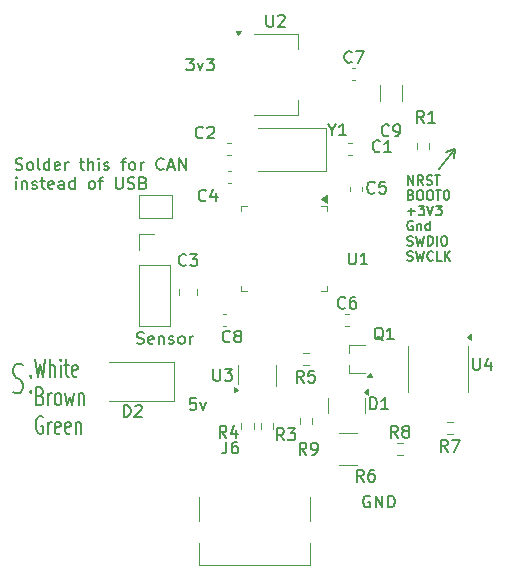
<source format=gbr>
%TF.GenerationSoftware,KiCad,Pcbnew,8.0.6*%
%TF.CreationDate,2024-12-19T11:27:53+03:00*%
%TF.ProjectId,Hall,48616c6c-2e6b-4696-9361-645f70636258,rev?*%
%TF.SameCoordinates,Original*%
%TF.FileFunction,Legend,Top*%
%TF.FilePolarity,Positive*%
%FSLAX46Y46*%
G04 Gerber Fmt 4.6, Leading zero omitted, Abs format (unit mm)*
G04 Created by KiCad (PCBNEW 8.0.6) date 2024-12-19 11:27:53*
%MOMM*%
%LPD*%
G01*
G04 APERTURE LIST*
%ADD10C,0.150000*%
%ADD11C,0.120000*%
G04 APERTURE END LIST*
D10*
X86995000Y-37973000D02*
X86868000Y-38735000D01*
X85598000Y-39624000D02*
X86995000Y-37973000D01*
X86995000Y-37973000D02*
X86233000Y-38227000D01*
X82966160Y-40952520D02*
X82966160Y-40152520D01*
X82966160Y-40152520D02*
X83423303Y-40952520D01*
X83423303Y-40952520D02*
X83423303Y-40152520D01*
X84261398Y-40952520D02*
X83994731Y-40571567D01*
X83804255Y-40952520D02*
X83804255Y-40152520D01*
X83804255Y-40152520D02*
X84109017Y-40152520D01*
X84109017Y-40152520D02*
X84185207Y-40190615D01*
X84185207Y-40190615D02*
X84223302Y-40228710D01*
X84223302Y-40228710D02*
X84261398Y-40304901D01*
X84261398Y-40304901D02*
X84261398Y-40419186D01*
X84261398Y-40419186D02*
X84223302Y-40495377D01*
X84223302Y-40495377D02*
X84185207Y-40533472D01*
X84185207Y-40533472D02*
X84109017Y-40571567D01*
X84109017Y-40571567D02*
X83804255Y-40571567D01*
X84566159Y-40914425D02*
X84680445Y-40952520D01*
X84680445Y-40952520D02*
X84870921Y-40952520D01*
X84870921Y-40952520D02*
X84947112Y-40914425D01*
X84947112Y-40914425D02*
X84985207Y-40876329D01*
X84985207Y-40876329D02*
X85023302Y-40800139D01*
X85023302Y-40800139D02*
X85023302Y-40723948D01*
X85023302Y-40723948D02*
X84985207Y-40647758D01*
X84985207Y-40647758D02*
X84947112Y-40609663D01*
X84947112Y-40609663D02*
X84870921Y-40571567D01*
X84870921Y-40571567D02*
X84718540Y-40533472D01*
X84718540Y-40533472D02*
X84642350Y-40495377D01*
X84642350Y-40495377D02*
X84604255Y-40457282D01*
X84604255Y-40457282D02*
X84566159Y-40381091D01*
X84566159Y-40381091D02*
X84566159Y-40304901D01*
X84566159Y-40304901D02*
X84604255Y-40228710D01*
X84604255Y-40228710D02*
X84642350Y-40190615D01*
X84642350Y-40190615D02*
X84718540Y-40152520D01*
X84718540Y-40152520D02*
X84909017Y-40152520D01*
X84909017Y-40152520D02*
X85023302Y-40190615D01*
X85251874Y-40152520D02*
X85709017Y-40152520D01*
X85480445Y-40952520D02*
X85480445Y-40152520D01*
X83232826Y-41821427D02*
X83347112Y-41859522D01*
X83347112Y-41859522D02*
X83385207Y-41897618D01*
X83385207Y-41897618D02*
X83423303Y-41973808D01*
X83423303Y-41973808D02*
X83423303Y-42088094D01*
X83423303Y-42088094D02*
X83385207Y-42164284D01*
X83385207Y-42164284D02*
X83347112Y-42202380D01*
X83347112Y-42202380D02*
X83270922Y-42240475D01*
X83270922Y-42240475D02*
X82966160Y-42240475D01*
X82966160Y-42240475D02*
X82966160Y-41440475D01*
X82966160Y-41440475D02*
X83232826Y-41440475D01*
X83232826Y-41440475D02*
X83309017Y-41478570D01*
X83309017Y-41478570D02*
X83347112Y-41516665D01*
X83347112Y-41516665D02*
X83385207Y-41592856D01*
X83385207Y-41592856D02*
X83385207Y-41669046D01*
X83385207Y-41669046D02*
X83347112Y-41745237D01*
X83347112Y-41745237D02*
X83309017Y-41783332D01*
X83309017Y-41783332D02*
X83232826Y-41821427D01*
X83232826Y-41821427D02*
X82966160Y-41821427D01*
X83918541Y-41440475D02*
X84070922Y-41440475D01*
X84070922Y-41440475D02*
X84147112Y-41478570D01*
X84147112Y-41478570D02*
X84223303Y-41554760D01*
X84223303Y-41554760D02*
X84261398Y-41707141D01*
X84261398Y-41707141D02*
X84261398Y-41973808D01*
X84261398Y-41973808D02*
X84223303Y-42126189D01*
X84223303Y-42126189D02*
X84147112Y-42202380D01*
X84147112Y-42202380D02*
X84070922Y-42240475D01*
X84070922Y-42240475D02*
X83918541Y-42240475D01*
X83918541Y-42240475D02*
X83842350Y-42202380D01*
X83842350Y-42202380D02*
X83766160Y-42126189D01*
X83766160Y-42126189D02*
X83728064Y-41973808D01*
X83728064Y-41973808D02*
X83728064Y-41707141D01*
X83728064Y-41707141D02*
X83766160Y-41554760D01*
X83766160Y-41554760D02*
X83842350Y-41478570D01*
X83842350Y-41478570D02*
X83918541Y-41440475D01*
X84756636Y-41440475D02*
X84909017Y-41440475D01*
X84909017Y-41440475D02*
X84985207Y-41478570D01*
X84985207Y-41478570D02*
X85061398Y-41554760D01*
X85061398Y-41554760D02*
X85099493Y-41707141D01*
X85099493Y-41707141D02*
X85099493Y-41973808D01*
X85099493Y-41973808D02*
X85061398Y-42126189D01*
X85061398Y-42126189D02*
X84985207Y-42202380D01*
X84985207Y-42202380D02*
X84909017Y-42240475D01*
X84909017Y-42240475D02*
X84756636Y-42240475D01*
X84756636Y-42240475D02*
X84680445Y-42202380D01*
X84680445Y-42202380D02*
X84604255Y-42126189D01*
X84604255Y-42126189D02*
X84566159Y-41973808D01*
X84566159Y-41973808D02*
X84566159Y-41707141D01*
X84566159Y-41707141D02*
X84604255Y-41554760D01*
X84604255Y-41554760D02*
X84680445Y-41478570D01*
X84680445Y-41478570D02*
X84756636Y-41440475D01*
X85328064Y-41440475D02*
X85785207Y-41440475D01*
X85556635Y-42240475D02*
X85556635Y-41440475D01*
X86204255Y-41440475D02*
X86280445Y-41440475D01*
X86280445Y-41440475D02*
X86356636Y-41478570D01*
X86356636Y-41478570D02*
X86394731Y-41516665D01*
X86394731Y-41516665D02*
X86432826Y-41592856D01*
X86432826Y-41592856D02*
X86470921Y-41745237D01*
X86470921Y-41745237D02*
X86470921Y-41935713D01*
X86470921Y-41935713D02*
X86432826Y-42088094D01*
X86432826Y-42088094D02*
X86394731Y-42164284D01*
X86394731Y-42164284D02*
X86356636Y-42202380D01*
X86356636Y-42202380D02*
X86280445Y-42240475D01*
X86280445Y-42240475D02*
X86204255Y-42240475D01*
X86204255Y-42240475D02*
X86128064Y-42202380D01*
X86128064Y-42202380D02*
X86089969Y-42164284D01*
X86089969Y-42164284D02*
X86051874Y-42088094D01*
X86051874Y-42088094D02*
X86013778Y-41935713D01*
X86013778Y-41935713D02*
X86013778Y-41745237D01*
X86013778Y-41745237D02*
X86051874Y-41592856D01*
X86051874Y-41592856D02*
X86089969Y-41516665D01*
X86089969Y-41516665D02*
X86128064Y-41478570D01*
X86128064Y-41478570D02*
X86204255Y-41440475D01*
X82966160Y-43223668D02*
X83575684Y-43223668D01*
X83270922Y-43528430D02*
X83270922Y-42918906D01*
X83880445Y-42728430D02*
X84375683Y-42728430D01*
X84375683Y-42728430D02*
X84109017Y-43033192D01*
X84109017Y-43033192D02*
X84223302Y-43033192D01*
X84223302Y-43033192D02*
X84299493Y-43071287D01*
X84299493Y-43071287D02*
X84337588Y-43109382D01*
X84337588Y-43109382D02*
X84375683Y-43185573D01*
X84375683Y-43185573D02*
X84375683Y-43376049D01*
X84375683Y-43376049D02*
X84337588Y-43452239D01*
X84337588Y-43452239D02*
X84299493Y-43490335D01*
X84299493Y-43490335D02*
X84223302Y-43528430D01*
X84223302Y-43528430D02*
X83994731Y-43528430D01*
X83994731Y-43528430D02*
X83918540Y-43490335D01*
X83918540Y-43490335D02*
X83880445Y-43452239D01*
X84604255Y-42728430D02*
X84870922Y-43528430D01*
X84870922Y-43528430D02*
X85137588Y-42728430D01*
X85328064Y-42728430D02*
X85823302Y-42728430D01*
X85823302Y-42728430D02*
X85556636Y-43033192D01*
X85556636Y-43033192D02*
X85670921Y-43033192D01*
X85670921Y-43033192D02*
X85747112Y-43071287D01*
X85747112Y-43071287D02*
X85785207Y-43109382D01*
X85785207Y-43109382D02*
X85823302Y-43185573D01*
X85823302Y-43185573D02*
X85823302Y-43376049D01*
X85823302Y-43376049D02*
X85785207Y-43452239D01*
X85785207Y-43452239D02*
X85747112Y-43490335D01*
X85747112Y-43490335D02*
X85670921Y-43528430D01*
X85670921Y-43528430D02*
X85442350Y-43528430D01*
X85442350Y-43528430D02*
X85366159Y-43490335D01*
X85366159Y-43490335D02*
X85328064Y-43452239D01*
X83385207Y-44054480D02*
X83309017Y-44016385D01*
X83309017Y-44016385D02*
X83194731Y-44016385D01*
X83194731Y-44016385D02*
X83080445Y-44054480D01*
X83080445Y-44054480D02*
X83004255Y-44130670D01*
X83004255Y-44130670D02*
X82966160Y-44206861D01*
X82966160Y-44206861D02*
X82928064Y-44359242D01*
X82928064Y-44359242D02*
X82928064Y-44473528D01*
X82928064Y-44473528D02*
X82966160Y-44625909D01*
X82966160Y-44625909D02*
X83004255Y-44702099D01*
X83004255Y-44702099D02*
X83080445Y-44778290D01*
X83080445Y-44778290D02*
X83194731Y-44816385D01*
X83194731Y-44816385D02*
X83270922Y-44816385D01*
X83270922Y-44816385D02*
X83385207Y-44778290D01*
X83385207Y-44778290D02*
X83423303Y-44740194D01*
X83423303Y-44740194D02*
X83423303Y-44473528D01*
X83423303Y-44473528D02*
X83270922Y-44473528D01*
X83766160Y-44283051D02*
X83766160Y-44816385D01*
X83766160Y-44359242D02*
X83804255Y-44321147D01*
X83804255Y-44321147D02*
X83880445Y-44283051D01*
X83880445Y-44283051D02*
X83994731Y-44283051D01*
X83994731Y-44283051D02*
X84070922Y-44321147D01*
X84070922Y-44321147D02*
X84109017Y-44397337D01*
X84109017Y-44397337D02*
X84109017Y-44816385D01*
X84832827Y-44816385D02*
X84832827Y-44016385D01*
X84832827Y-44778290D02*
X84756636Y-44816385D01*
X84756636Y-44816385D02*
X84604255Y-44816385D01*
X84604255Y-44816385D02*
X84528065Y-44778290D01*
X84528065Y-44778290D02*
X84489970Y-44740194D01*
X84489970Y-44740194D02*
X84451874Y-44664004D01*
X84451874Y-44664004D02*
X84451874Y-44435432D01*
X84451874Y-44435432D02*
X84489970Y-44359242D01*
X84489970Y-44359242D02*
X84528065Y-44321147D01*
X84528065Y-44321147D02*
X84604255Y-44283051D01*
X84604255Y-44283051D02*
X84756636Y-44283051D01*
X84756636Y-44283051D02*
X84832827Y-44321147D01*
X82928064Y-46066245D02*
X83042350Y-46104340D01*
X83042350Y-46104340D02*
X83232826Y-46104340D01*
X83232826Y-46104340D02*
X83309017Y-46066245D01*
X83309017Y-46066245D02*
X83347112Y-46028149D01*
X83347112Y-46028149D02*
X83385207Y-45951959D01*
X83385207Y-45951959D02*
X83385207Y-45875768D01*
X83385207Y-45875768D02*
X83347112Y-45799578D01*
X83347112Y-45799578D02*
X83309017Y-45761483D01*
X83309017Y-45761483D02*
X83232826Y-45723387D01*
X83232826Y-45723387D02*
X83080445Y-45685292D01*
X83080445Y-45685292D02*
X83004255Y-45647197D01*
X83004255Y-45647197D02*
X82966160Y-45609102D01*
X82966160Y-45609102D02*
X82928064Y-45532911D01*
X82928064Y-45532911D02*
X82928064Y-45456721D01*
X82928064Y-45456721D02*
X82966160Y-45380530D01*
X82966160Y-45380530D02*
X83004255Y-45342435D01*
X83004255Y-45342435D02*
X83080445Y-45304340D01*
X83080445Y-45304340D02*
X83270922Y-45304340D01*
X83270922Y-45304340D02*
X83385207Y-45342435D01*
X83651874Y-45304340D02*
X83842350Y-46104340D01*
X83842350Y-46104340D02*
X83994731Y-45532911D01*
X83994731Y-45532911D02*
X84147112Y-46104340D01*
X84147112Y-46104340D02*
X84337589Y-45304340D01*
X84642351Y-46104340D02*
X84642351Y-45304340D01*
X84642351Y-45304340D02*
X84832827Y-45304340D01*
X84832827Y-45304340D02*
X84947113Y-45342435D01*
X84947113Y-45342435D02*
X85023303Y-45418625D01*
X85023303Y-45418625D02*
X85061398Y-45494816D01*
X85061398Y-45494816D02*
X85099494Y-45647197D01*
X85099494Y-45647197D02*
X85099494Y-45761483D01*
X85099494Y-45761483D02*
X85061398Y-45913864D01*
X85061398Y-45913864D02*
X85023303Y-45990054D01*
X85023303Y-45990054D02*
X84947113Y-46066245D01*
X84947113Y-46066245D02*
X84832827Y-46104340D01*
X84832827Y-46104340D02*
X84642351Y-46104340D01*
X85442351Y-46104340D02*
X85442351Y-45304340D01*
X85975684Y-45304340D02*
X86128065Y-45304340D01*
X86128065Y-45304340D02*
X86204255Y-45342435D01*
X86204255Y-45342435D02*
X86280446Y-45418625D01*
X86280446Y-45418625D02*
X86318541Y-45571006D01*
X86318541Y-45571006D02*
X86318541Y-45837673D01*
X86318541Y-45837673D02*
X86280446Y-45990054D01*
X86280446Y-45990054D02*
X86204255Y-46066245D01*
X86204255Y-46066245D02*
X86128065Y-46104340D01*
X86128065Y-46104340D02*
X85975684Y-46104340D01*
X85975684Y-46104340D02*
X85899493Y-46066245D01*
X85899493Y-46066245D02*
X85823303Y-45990054D01*
X85823303Y-45990054D02*
X85785207Y-45837673D01*
X85785207Y-45837673D02*
X85785207Y-45571006D01*
X85785207Y-45571006D02*
X85823303Y-45418625D01*
X85823303Y-45418625D02*
X85899493Y-45342435D01*
X85899493Y-45342435D02*
X85975684Y-45304340D01*
X82928064Y-47354200D02*
X83042350Y-47392295D01*
X83042350Y-47392295D02*
X83232826Y-47392295D01*
X83232826Y-47392295D02*
X83309017Y-47354200D01*
X83309017Y-47354200D02*
X83347112Y-47316104D01*
X83347112Y-47316104D02*
X83385207Y-47239914D01*
X83385207Y-47239914D02*
X83385207Y-47163723D01*
X83385207Y-47163723D02*
X83347112Y-47087533D01*
X83347112Y-47087533D02*
X83309017Y-47049438D01*
X83309017Y-47049438D02*
X83232826Y-47011342D01*
X83232826Y-47011342D02*
X83080445Y-46973247D01*
X83080445Y-46973247D02*
X83004255Y-46935152D01*
X83004255Y-46935152D02*
X82966160Y-46897057D01*
X82966160Y-46897057D02*
X82928064Y-46820866D01*
X82928064Y-46820866D02*
X82928064Y-46744676D01*
X82928064Y-46744676D02*
X82966160Y-46668485D01*
X82966160Y-46668485D02*
X83004255Y-46630390D01*
X83004255Y-46630390D02*
X83080445Y-46592295D01*
X83080445Y-46592295D02*
X83270922Y-46592295D01*
X83270922Y-46592295D02*
X83385207Y-46630390D01*
X83651874Y-46592295D02*
X83842350Y-47392295D01*
X83842350Y-47392295D02*
X83994731Y-46820866D01*
X83994731Y-46820866D02*
X84147112Y-47392295D01*
X84147112Y-47392295D02*
X84337589Y-46592295D01*
X85099494Y-47316104D02*
X85061398Y-47354200D01*
X85061398Y-47354200D02*
X84947113Y-47392295D01*
X84947113Y-47392295D02*
X84870922Y-47392295D01*
X84870922Y-47392295D02*
X84756636Y-47354200D01*
X84756636Y-47354200D02*
X84680446Y-47278009D01*
X84680446Y-47278009D02*
X84642351Y-47201819D01*
X84642351Y-47201819D02*
X84604255Y-47049438D01*
X84604255Y-47049438D02*
X84604255Y-46935152D01*
X84604255Y-46935152D02*
X84642351Y-46782771D01*
X84642351Y-46782771D02*
X84680446Y-46706580D01*
X84680446Y-46706580D02*
X84756636Y-46630390D01*
X84756636Y-46630390D02*
X84870922Y-46592295D01*
X84870922Y-46592295D02*
X84947113Y-46592295D01*
X84947113Y-46592295D02*
X85061398Y-46630390D01*
X85061398Y-46630390D02*
X85099494Y-46668485D01*
X85823303Y-47392295D02*
X85442351Y-47392295D01*
X85442351Y-47392295D02*
X85442351Y-46592295D01*
X86089970Y-47392295D02*
X86089970Y-46592295D01*
X86547113Y-47392295D02*
X86204255Y-46935152D01*
X86547113Y-46592295D02*
X86089970Y-47049438D01*
X49533398Y-58495200D02*
X49747684Y-58614247D01*
X49747684Y-58614247D02*
X50104826Y-58614247D01*
X50104826Y-58614247D02*
X50247684Y-58495200D01*
X50247684Y-58495200D02*
X50319112Y-58376152D01*
X50319112Y-58376152D02*
X50390541Y-58138057D01*
X50390541Y-58138057D02*
X50390541Y-57899961D01*
X50390541Y-57899961D02*
X50319112Y-57661866D01*
X50319112Y-57661866D02*
X50247684Y-57542819D01*
X50247684Y-57542819D02*
X50104826Y-57423771D01*
X50104826Y-57423771D02*
X49819112Y-57304723D01*
X49819112Y-57304723D02*
X49676255Y-57185676D01*
X49676255Y-57185676D02*
X49604826Y-57066628D01*
X49604826Y-57066628D02*
X49533398Y-56828533D01*
X49533398Y-56828533D02*
X49533398Y-56590438D01*
X49533398Y-56590438D02*
X49604826Y-56352342D01*
X49604826Y-56352342D02*
X49676255Y-56233295D01*
X49676255Y-56233295D02*
X49819112Y-56114247D01*
X49819112Y-56114247D02*
X50176255Y-56114247D01*
X50176255Y-56114247D02*
X50390541Y-56233295D01*
X51033397Y-58376152D02*
X51104826Y-58495200D01*
X51104826Y-58495200D02*
X51033397Y-58614247D01*
X51033397Y-58614247D02*
X50961969Y-58495200D01*
X50961969Y-58495200D02*
X51033397Y-58376152D01*
X51033397Y-58376152D02*
X51033397Y-58614247D01*
X51033397Y-57066628D02*
X51104826Y-57185676D01*
X51104826Y-57185676D02*
X51033397Y-57304723D01*
X51033397Y-57304723D02*
X50961969Y-57185676D01*
X50961969Y-57185676D02*
X51033397Y-57066628D01*
X51033397Y-57066628D02*
X51033397Y-57304723D01*
X51422541Y-55708796D02*
X51660636Y-57208796D01*
X51660636Y-57208796D02*
X51851112Y-56137368D01*
X51851112Y-56137368D02*
X52041588Y-57208796D01*
X52041588Y-57208796D02*
X52279684Y-55708796D01*
X52660636Y-57208796D02*
X52660636Y-55708796D01*
X53089207Y-57208796D02*
X53089207Y-56423082D01*
X53089207Y-56423082D02*
X53041588Y-56280225D01*
X53041588Y-56280225D02*
X52946350Y-56208796D01*
X52946350Y-56208796D02*
X52803493Y-56208796D01*
X52803493Y-56208796D02*
X52708255Y-56280225D01*
X52708255Y-56280225D02*
X52660636Y-56351653D01*
X53565398Y-57208796D02*
X53565398Y-56208796D01*
X53565398Y-55708796D02*
X53517779Y-55780225D01*
X53517779Y-55780225D02*
X53565398Y-55851653D01*
X53565398Y-55851653D02*
X53613017Y-55780225D01*
X53613017Y-55780225D02*
X53565398Y-55708796D01*
X53565398Y-55708796D02*
X53565398Y-55851653D01*
X53898731Y-56208796D02*
X54279683Y-56208796D01*
X54041588Y-55708796D02*
X54041588Y-56994510D01*
X54041588Y-56994510D02*
X54089207Y-57137368D01*
X54089207Y-57137368D02*
X54184445Y-57208796D01*
X54184445Y-57208796D02*
X54279683Y-57208796D01*
X54993969Y-57137368D02*
X54898731Y-57208796D01*
X54898731Y-57208796D02*
X54708255Y-57208796D01*
X54708255Y-57208796D02*
X54613017Y-57137368D01*
X54613017Y-57137368D02*
X54565398Y-56994510D01*
X54565398Y-56994510D02*
X54565398Y-56423082D01*
X54565398Y-56423082D02*
X54613017Y-56280225D01*
X54613017Y-56280225D02*
X54708255Y-56208796D01*
X54708255Y-56208796D02*
X54898731Y-56208796D01*
X54898731Y-56208796D02*
X54993969Y-56280225D01*
X54993969Y-56280225D02*
X55041588Y-56423082D01*
X55041588Y-56423082D02*
X55041588Y-56565939D01*
X55041588Y-56565939D02*
X54565398Y-56708796D01*
X51851112Y-58837998D02*
X51993969Y-58909426D01*
X51993969Y-58909426D02*
X52041588Y-58980855D01*
X52041588Y-58980855D02*
X52089207Y-59123712D01*
X52089207Y-59123712D02*
X52089207Y-59337998D01*
X52089207Y-59337998D02*
X52041588Y-59480855D01*
X52041588Y-59480855D02*
X51993969Y-59552284D01*
X51993969Y-59552284D02*
X51898731Y-59623712D01*
X51898731Y-59623712D02*
X51517779Y-59623712D01*
X51517779Y-59623712D02*
X51517779Y-58123712D01*
X51517779Y-58123712D02*
X51851112Y-58123712D01*
X51851112Y-58123712D02*
X51946350Y-58195141D01*
X51946350Y-58195141D02*
X51993969Y-58266569D01*
X51993969Y-58266569D02*
X52041588Y-58409426D01*
X52041588Y-58409426D02*
X52041588Y-58552284D01*
X52041588Y-58552284D02*
X51993969Y-58695141D01*
X51993969Y-58695141D02*
X51946350Y-58766569D01*
X51946350Y-58766569D02*
X51851112Y-58837998D01*
X51851112Y-58837998D02*
X51517779Y-58837998D01*
X52517779Y-59623712D02*
X52517779Y-58623712D01*
X52517779Y-58909426D02*
X52565398Y-58766569D01*
X52565398Y-58766569D02*
X52613017Y-58695141D01*
X52613017Y-58695141D02*
X52708255Y-58623712D01*
X52708255Y-58623712D02*
X52803493Y-58623712D01*
X53279684Y-59623712D02*
X53184446Y-59552284D01*
X53184446Y-59552284D02*
X53136827Y-59480855D01*
X53136827Y-59480855D02*
X53089208Y-59337998D01*
X53089208Y-59337998D02*
X53089208Y-58909426D01*
X53089208Y-58909426D02*
X53136827Y-58766569D01*
X53136827Y-58766569D02*
X53184446Y-58695141D01*
X53184446Y-58695141D02*
X53279684Y-58623712D01*
X53279684Y-58623712D02*
X53422541Y-58623712D01*
X53422541Y-58623712D02*
X53517779Y-58695141D01*
X53517779Y-58695141D02*
X53565398Y-58766569D01*
X53565398Y-58766569D02*
X53613017Y-58909426D01*
X53613017Y-58909426D02*
X53613017Y-59337998D01*
X53613017Y-59337998D02*
X53565398Y-59480855D01*
X53565398Y-59480855D02*
X53517779Y-59552284D01*
X53517779Y-59552284D02*
X53422541Y-59623712D01*
X53422541Y-59623712D02*
X53279684Y-59623712D01*
X53946351Y-58623712D02*
X54136827Y-59623712D01*
X54136827Y-59623712D02*
X54327303Y-58909426D01*
X54327303Y-58909426D02*
X54517779Y-59623712D01*
X54517779Y-59623712D02*
X54708255Y-58623712D01*
X55089208Y-58623712D02*
X55089208Y-59623712D01*
X55089208Y-58766569D02*
X55136827Y-58695141D01*
X55136827Y-58695141D02*
X55232065Y-58623712D01*
X55232065Y-58623712D02*
X55374922Y-58623712D01*
X55374922Y-58623712D02*
X55470160Y-58695141D01*
X55470160Y-58695141D02*
X55517779Y-58837998D01*
X55517779Y-58837998D02*
X55517779Y-59623712D01*
X52041588Y-60610057D02*
X51946350Y-60538628D01*
X51946350Y-60538628D02*
X51803493Y-60538628D01*
X51803493Y-60538628D02*
X51660636Y-60610057D01*
X51660636Y-60610057D02*
X51565398Y-60752914D01*
X51565398Y-60752914D02*
X51517779Y-60895771D01*
X51517779Y-60895771D02*
X51470160Y-61181485D01*
X51470160Y-61181485D02*
X51470160Y-61395771D01*
X51470160Y-61395771D02*
X51517779Y-61681485D01*
X51517779Y-61681485D02*
X51565398Y-61824342D01*
X51565398Y-61824342D02*
X51660636Y-61967200D01*
X51660636Y-61967200D02*
X51803493Y-62038628D01*
X51803493Y-62038628D02*
X51898731Y-62038628D01*
X51898731Y-62038628D02*
X52041588Y-61967200D01*
X52041588Y-61967200D02*
X52089207Y-61895771D01*
X52089207Y-61895771D02*
X52089207Y-61395771D01*
X52089207Y-61395771D02*
X51898731Y-61395771D01*
X52517779Y-62038628D02*
X52517779Y-61038628D01*
X52517779Y-61324342D02*
X52565398Y-61181485D01*
X52565398Y-61181485D02*
X52613017Y-61110057D01*
X52613017Y-61110057D02*
X52708255Y-61038628D01*
X52708255Y-61038628D02*
X52803493Y-61038628D01*
X53517779Y-61967200D02*
X53422541Y-62038628D01*
X53422541Y-62038628D02*
X53232065Y-62038628D01*
X53232065Y-62038628D02*
X53136827Y-61967200D01*
X53136827Y-61967200D02*
X53089208Y-61824342D01*
X53089208Y-61824342D02*
X53089208Y-61252914D01*
X53089208Y-61252914D02*
X53136827Y-61110057D01*
X53136827Y-61110057D02*
X53232065Y-61038628D01*
X53232065Y-61038628D02*
X53422541Y-61038628D01*
X53422541Y-61038628D02*
X53517779Y-61110057D01*
X53517779Y-61110057D02*
X53565398Y-61252914D01*
X53565398Y-61252914D02*
X53565398Y-61395771D01*
X53565398Y-61395771D02*
X53089208Y-61538628D01*
X54374922Y-61967200D02*
X54279684Y-62038628D01*
X54279684Y-62038628D02*
X54089208Y-62038628D01*
X54089208Y-62038628D02*
X53993970Y-61967200D01*
X53993970Y-61967200D02*
X53946351Y-61824342D01*
X53946351Y-61824342D02*
X53946351Y-61252914D01*
X53946351Y-61252914D02*
X53993970Y-61110057D01*
X53993970Y-61110057D02*
X54089208Y-61038628D01*
X54089208Y-61038628D02*
X54279684Y-61038628D01*
X54279684Y-61038628D02*
X54374922Y-61110057D01*
X54374922Y-61110057D02*
X54422541Y-61252914D01*
X54422541Y-61252914D02*
X54422541Y-61395771D01*
X54422541Y-61395771D02*
X53946351Y-61538628D01*
X54851113Y-61038628D02*
X54851113Y-62038628D01*
X54851113Y-61181485D02*
X54898732Y-61110057D01*
X54898732Y-61110057D02*
X54993970Y-61038628D01*
X54993970Y-61038628D02*
X55136827Y-61038628D01*
X55136827Y-61038628D02*
X55232065Y-61110057D01*
X55232065Y-61110057D02*
X55279684Y-61252914D01*
X55279684Y-61252914D02*
X55279684Y-62038628D01*
X49768360Y-39665056D02*
X49911217Y-39712675D01*
X49911217Y-39712675D02*
X50149312Y-39712675D01*
X50149312Y-39712675D02*
X50244550Y-39665056D01*
X50244550Y-39665056D02*
X50292169Y-39617436D01*
X50292169Y-39617436D02*
X50339788Y-39522198D01*
X50339788Y-39522198D02*
X50339788Y-39426960D01*
X50339788Y-39426960D02*
X50292169Y-39331722D01*
X50292169Y-39331722D02*
X50244550Y-39284103D01*
X50244550Y-39284103D02*
X50149312Y-39236484D01*
X50149312Y-39236484D02*
X49958836Y-39188865D01*
X49958836Y-39188865D02*
X49863598Y-39141246D01*
X49863598Y-39141246D02*
X49815979Y-39093627D01*
X49815979Y-39093627D02*
X49768360Y-38998389D01*
X49768360Y-38998389D02*
X49768360Y-38903151D01*
X49768360Y-38903151D02*
X49815979Y-38807913D01*
X49815979Y-38807913D02*
X49863598Y-38760294D01*
X49863598Y-38760294D02*
X49958836Y-38712675D01*
X49958836Y-38712675D02*
X50196931Y-38712675D01*
X50196931Y-38712675D02*
X50339788Y-38760294D01*
X50911217Y-39712675D02*
X50815979Y-39665056D01*
X50815979Y-39665056D02*
X50768360Y-39617436D01*
X50768360Y-39617436D02*
X50720741Y-39522198D01*
X50720741Y-39522198D02*
X50720741Y-39236484D01*
X50720741Y-39236484D02*
X50768360Y-39141246D01*
X50768360Y-39141246D02*
X50815979Y-39093627D01*
X50815979Y-39093627D02*
X50911217Y-39046008D01*
X50911217Y-39046008D02*
X51054074Y-39046008D01*
X51054074Y-39046008D02*
X51149312Y-39093627D01*
X51149312Y-39093627D02*
X51196931Y-39141246D01*
X51196931Y-39141246D02*
X51244550Y-39236484D01*
X51244550Y-39236484D02*
X51244550Y-39522198D01*
X51244550Y-39522198D02*
X51196931Y-39617436D01*
X51196931Y-39617436D02*
X51149312Y-39665056D01*
X51149312Y-39665056D02*
X51054074Y-39712675D01*
X51054074Y-39712675D02*
X50911217Y-39712675D01*
X51815979Y-39712675D02*
X51720741Y-39665056D01*
X51720741Y-39665056D02*
X51673122Y-39569817D01*
X51673122Y-39569817D02*
X51673122Y-38712675D01*
X52625503Y-39712675D02*
X52625503Y-38712675D01*
X52625503Y-39665056D02*
X52530265Y-39712675D01*
X52530265Y-39712675D02*
X52339789Y-39712675D01*
X52339789Y-39712675D02*
X52244551Y-39665056D01*
X52244551Y-39665056D02*
X52196932Y-39617436D01*
X52196932Y-39617436D02*
X52149313Y-39522198D01*
X52149313Y-39522198D02*
X52149313Y-39236484D01*
X52149313Y-39236484D02*
X52196932Y-39141246D01*
X52196932Y-39141246D02*
X52244551Y-39093627D01*
X52244551Y-39093627D02*
X52339789Y-39046008D01*
X52339789Y-39046008D02*
X52530265Y-39046008D01*
X52530265Y-39046008D02*
X52625503Y-39093627D01*
X53482646Y-39665056D02*
X53387408Y-39712675D01*
X53387408Y-39712675D02*
X53196932Y-39712675D01*
X53196932Y-39712675D02*
X53101694Y-39665056D01*
X53101694Y-39665056D02*
X53054075Y-39569817D01*
X53054075Y-39569817D02*
X53054075Y-39188865D01*
X53054075Y-39188865D02*
X53101694Y-39093627D01*
X53101694Y-39093627D02*
X53196932Y-39046008D01*
X53196932Y-39046008D02*
X53387408Y-39046008D01*
X53387408Y-39046008D02*
X53482646Y-39093627D01*
X53482646Y-39093627D02*
X53530265Y-39188865D01*
X53530265Y-39188865D02*
X53530265Y-39284103D01*
X53530265Y-39284103D02*
X53054075Y-39379341D01*
X53958837Y-39712675D02*
X53958837Y-39046008D01*
X53958837Y-39236484D02*
X54006456Y-39141246D01*
X54006456Y-39141246D02*
X54054075Y-39093627D01*
X54054075Y-39093627D02*
X54149313Y-39046008D01*
X54149313Y-39046008D02*
X54244551Y-39046008D01*
X55196933Y-39046008D02*
X55577885Y-39046008D01*
X55339790Y-38712675D02*
X55339790Y-39569817D01*
X55339790Y-39569817D02*
X55387409Y-39665056D01*
X55387409Y-39665056D02*
X55482647Y-39712675D01*
X55482647Y-39712675D02*
X55577885Y-39712675D01*
X55911219Y-39712675D02*
X55911219Y-38712675D01*
X56339790Y-39712675D02*
X56339790Y-39188865D01*
X56339790Y-39188865D02*
X56292171Y-39093627D01*
X56292171Y-39093627D02*
X56196933Y-39046008D01*
X56196933Y-39046008D02*
X56054076Y-39046008D01*
X56054076Y-39046008D02*
X55958838Y-39093627D01*
X55958838Y-39093627D02*
X55911219Y-39141246D01*
X56815981Y-39712675D02*
X56815981Y-39046008D01*
X56815981Y-38712675D02*
X56768362Y-38760294D01*
X56768362Y-38760294D02*
X56815981Y-38807913D01*
X56815981Y-38807913D02*
X56863600Y-38760294D01*
X56863600Y-38760294D02*
X56815981Y-38712675D01*
X56815981Y-38712675D02*
X56815981Y-38807913D01*
X57244552Y-39665056D02*
X57339790Y-39712675D01*
X57339790Y-39712675D02*
X57530266Y-39712675D01*
X57530266Y-39712675D02*
X57625504Y-39665056D01*
X57625504Y-39665056D02*
X57673123Y-39569817D01*
X57673123Y-39569817D02*
X57673123Y-39522198D01*
X57673123Y-39522198D02*
X57625504Y-39426960D01*
X57625504Y-39426960D02*
X57530266Y-39379341D01*
X57530266Y-39379341D02*
X57387409Y-39379341D01*
X57387409Y-39379341D02*
X57292171Y-39331722D01*
X57292171Y-39331722D02*
X57244552Y-39236484D01*
X57244552Y-39236484D02*
X57244552Y-39188865D01*
X57244552Y-39188865D02*
X57292171Y-39093627D01*
X57292171Y-39093627D02*
X57387409Y-39046008D01*
X57387409Y-39046008D02*
X57530266Y-39046008D01*
X57530266Y-39046008D02*
X57625504Y-39093627D01*
X58720743Y-39046008D02*
X59101695Y-39046008D01*
X58863600Y-39712675D02*
X58863600Y-38855532D01*
X58863600Y-38855532D02*
X58911219Y-38760294D01*
X58911219Y-38760294D02*
X59006457Y-38712675D01*
X59006457Y-38712675D02*
X59101695Y-38712675D01*
X59577886Y-39712675D02*
X59482648Y-39665056D01*
X59482648Y-39665056D02*
X59435029Y-39617436D01*
X59435029Y-39617436D02*
X59387410Y-39522198D01*
X59387410Y-39522198D02*
X59387410Y-39236484D01*
X59387410Y-39236484D02*
X59435029Y-39141246D01*
X59435029Y-39141246D02*
X59482648Y-39093627D01*
X59482648Y-39093627D02*
X59577886Y-39046008D01*
X59577886Y-39046008D02*
X59720743Y-39046008D01*
X59720743Y-39046008D02*
X59815981Y-39093627D01*
X59815981Y-39093627D02*
X59863600Y-39141246D01*
X59863600Y-39141246D02*
X59911219Y-39236484D01*
X59911219Y-39236484D02*
X59911219Y-39522198D01*
X59911219Y-39522198D02*
X59863600Y-39617436D01*
X59863600Y-39617436D02*
X59815981Y-39665056D01*
X59815981Y-39665056D02*
X59720743Y-39712675D01*
X59720743Y-39712675D02*
X59577886Y-39712675D01*
X60339791Y-39712675D02*
X60339791Y-39046008D01*
X60339791Y-39236484D02*
X60387410Y-39141246D01*
X60387410Y-39141246D02*
X60435029Y-39093627D01*
X60435029Y-39093627D02*
X60530267Y-39046008D01*
X60530267Y-39046008D02*
X60625505Y-39046008D01*
X62292172Y-39617436D02*
X62244553Y-39665056D01*
X62244553Y-39665056D02*
X62101696Y-39712675D01*
X62101696Y-39712675D02*
X62006458Y-39712675D01*
X62006458Y-39712675D02*
X61863601Y-39665056D01*
X61863601Y-39665056D02*
X61768363Y-39569817D01*
X61768363Y-39569817D02*
X61720744Y-39474579D01*
X61720744Y-39474579D02*
X61673125Y-39284103D01*
X61673125Y-39284103D02*
X61673125Y-39141246D01*
X61673125Y-39141246D02*
X61720744Y-38950770D01*
X61720744Y-38950770D02*
X61768363Y-38855532D01*
X61768363Y-38855532D02*
X61863601Y-38760294D01*
X61863601Y-38760294D02*
X62006458Y-38712675D01*
X62006458Y-38712675D02*
X62101696Y-38712675D01*
X62101696Y-38712675D02*
X62244553Y-38760294D01*
X62244553Y-38760294D02*
X62292172Y-38807913D01*
X62673125Y-39426960D02*
X63149315Y-39426960D01*
X62577887Y-39712675D02*
X62911220Y-38712675D01*
X62911220Y-38712675D02*
X63244553Y-39712675D01*
X63577887Y-39712675D02*
X63577887Y-38712675D01*
X63577887Y-38712675D02*
X64149315Y-39712675D01*
X64149315Y-39712675D02*
X64149315Y-38712675D01*
X49815979Y-41322619D02*
X49815979Y-40655952D01*
X49815979Y-40322619D02*
X49768360Y-40370238D01*
X49768360Y-40370238D02*
X49815979Y-40417857D01*
X49815979Y-40417857D02*
X49863598Y-40370238D01*
X49863598Y-40370238D02*
X49815979Y-40322619D01*
X49815979Y-40322619D02*
X49815979Y-40417857D01*
X50292169Y-40655952D02*
X50292169Y-41322619D01*
X50292169Y-40751190D02*
X50339788Y-40703571D01*
X50339788Y-40703571D02*
X50435026Y-40655952D01*
X50435026Y-40655952D02*
X50577883Y-40655952D01*
X50577883Y-40655952D02*
X50673121Y-40703571D01*
X50673121Y-40703571D02*
X50720740Y-40798809D01*
X50720740Y-40798809D02*
X50720740Y-41322619D01*
X51149312Y-41275000D02*
X51244550Y-41322619D01*
X51244550Y-41322619D02*
X51435026Y-41322619D01*
X51435026Y-41322619D02*
X51530264Y-41275000D01*
X51530264Y-41275000D02*
X51577883Y-41179761D01*
X51577883Y-41179761D02*
X51577883Y-41132142D01*
X51577883Y-41132142D02*
X51530264Y-41036904D01*
X51530264Y-41036904D02*
X51435026Y-40989285D01*
X51435026Y-40989285D02*
X51292169Y-40989285D01*
X51292169Y-40989285D02*
X51196931Y-40941666D01*
X51196931Y-40941666D02*
X51149312Y-40846428D01*
X51149312Y-40846428D02*
X51149312Y-40798809D01*
X51149312Y-40798809D02*
X51196931Y-40703571D01*
X51196931Y-40703571D02*
X51292169Y-40655952D01*
X51292169Y-40655952D02*
X51435026Y-40655952D01*
X51435026Y-40655952D02*
X51530264Y-40703571D01*
X51863598Y-40655952D02*
X52244550Y-40655952D01*
X52006455Y-40322619D02*
X52006455Y-41179761D01*
X52006455Y-41179761D02*
X52054074Y-41275000D01*
X52054074Y-41275000D02*
X52149312Y-41322619D01*
X52149312Y-41322619D02*
X52244550Y-41322619D01*
X52958836Y-41275000D02*
X52863598Y-41322619D01*
X52863598Y-41322619D02*
X52673122Y-41322619D01*
X52673122Y-41322619D02*
X52577884Y-41275000D01*
X52577884Y-41275000D02*
X52530265Y-41179761D01*
X52530265Y-41179761D02*
X52530265Y-40798809D01*
X52530265Y-40798809D02*
X52577884Y-40703571D01*
X52577884Y-40703571D02*
X52673122Y-40655952D01*
X52673122Y-40655952D02*
X52863598Y-40655952D01*
X52863598Y-40655952D02*
X52958836Y-40703571D01*
X52958836Y-40703571D02*
X53006455Y-40798809D01*
X53006455Y-40798809D02*
X53006455Y-40894047D01*
X53006455Y-40894047D02*
X52530265Y-40989285D01*
X53863598Y-41322619D02*
X53863598Y-40798809D01*
X53863598Y-40798809D02*
X53815979Y-40703571D01*
X53815979Y-40703571D02*
X53720741Y-40655952D01*
X53720741Y-40655952D02*
X53530265Y-40655952D01*
X53530265Y-40655952D02*
X53435027Y-40703571D01*
X53863598Y-41275000D02*
X53768360Y-41322619D01*
X53768360Y-41322619D02*
X53530265Y-41322619D01*
X53530265Y-41322619D02*
X53435027Y-41275000D01*
X53435027Y-41275000D02*
X53387408Y-41179761D01*
X53387408Y-41179761D02*
X53387408Y-41084523D01*
X53387408Y-41084523D02*
X53435027Y-40989285D01*
X53435027Y-40989285D02*
X53530265Y-40941666D01*
X53530265Y-40941666D02*
X53768360Y-40941666D01*
X53768360Y-40941666D02*
X53863598Y-40894047D01*
X54768360Y-41322619D02*
X54768360Y-40322619D01*
X54768360Y-41275000D02*
X54673122Y-41322619D01*
X54673122Y-41322619D02*
X54482646Y-41322619D01*
X54482646Y-41322619D02*
X54387408Y-41275000D01*
X54387408Y-41275000D02*
X54339789Y-41227380D01*
X54339789Y-41227380D02*
X54292170Y-41132142D01*
X54292170Y-41132142D02*
X54292170Y-40846428D01*
X54292170Y-40846428D02*
X54339789Y-40751190D01*
X54339789Y-40751190D02*
X54387408Y-40703571D01*
X54387408Y-40703571D02*
X54482646Y-40655952D01*
X54482646Y-40655952D02*
X54673122Y-40655952D01*
X54673122Y-40655952D02*
X54768360Y-40703571D01*
X56149313Y-41322619D02*
X56054075Y-41275000D01*
X56054075Y-41275000D02*
X56006456Y-41227380D01*
X56006456Y-41227380D02*
X55958837Y-41132142D01*
X55958837Y-41132142D02*
X55958837Y-40846428D01*
X55958837Y-40846428D02*
X56006456Y-40751190D01*
X56006456Y-40751190D02*
X56054075Y-40703571D01*
X56054075Y-40703571D02*
X56149313Y-40655952D01*
X56149313Y-40655952D02*
X56292170Y-40655952D01*
X56292170Y-40655952D02*
X56387408Y-40703571D01*
X56387408Y-40703571D02*
X56435027Y-40751190D01*
X56435027Y-40751190D02*
X56482646Y-40846428D01*
X56482646Y-40846428D02*
X56482646Y-41132142D01*
X56482646Y-41132142D02*
X56435027Y-41227380D01*
X56435027Y-41227380D02*
X56387408Y-41275000D01*
X56387408Y-41275000D02*
X56292170Y-41322619D01*
X56292170Y-41322619D02*
X56149313Y-41322619D01*
X56768361Y-40655952D02*
X57149313Y-40655952D01*
X56911218Y-41322619D02*
X56911218Y-40465476D01*
X56911218Y-40465476D02*
X56958837Y-40370238D01*
X56958837Y-40370238D02*
X57054075Y-40322619D01*
X57054075Y-40322619D02*
X57149313Y-40322619D01*
X58244552Y-40322619D02*
X58244552Y-41132142D01*
X58244552Y-41132142D02*
X58292171Y-41227380D01*
X58292171Y-41227380D02*
X58339790Y-41275000D01*
X58339790Y-41275000D02*
X58435028Y-41322619D01*
X58435028Y-41322619D02*
X58625504Y-41322619D01*
X58625504Y-41322619D02*
X58720742Y-41275000D01*
X58720742Y-41275000D02*
X58768361Y-41227380D01*
X58768361Y-41227380D02*
X58815980Y-41132142D01*
X58815980Y-41132142D02*
X58815980Y-40322619D01*
X59244552Y-41275000D02*
X59387409Y-41322619D01*
X59387409Y-41322619D02*
X59625504Y-41322619D01*
X59625504Y-41322619D02*
X59720742Y-41275000D01*
X59720742Y-41275000D02*
X59768361Y-41227380D01*
X59768361Y-41227380D02*
X59815980Y-41132142D01*
X59815980Y-41132142D02*
X59815980Y-41036904D01*
X59815980Y-41036904D02*
X59768361Y-40941666D01*
X59768361Y-40941666D02*
X59720742Y-40894047D01*
X59720742Y-40894047D02*
X59625504Y-40846428D01*
X59625504Y-40846428D02*
X59435028Y-40798809D01*
X59435028Y-40798809D02*
X59339790Y-40751190D01*
X59339790Y-40751190D02*
X59292171Y-40703571D01*
X59292171Y-40703571D02*
X59244552Y-40608333D01*
X59244552Y-40608333D02*
X59244552Y-40513095D01*
X59244552Y-40513095D02*
X59292171Y-40417857D01*
X59292171Y-40417857D02*
X59339790Y-40370238D01*
X59339790Y-40370238D02*
X59435028Y-40322619D01*
X59435028Y-40322619D02*
X59673123Y-40322619D01*
X59673123Y-40322619D02*
X59815980Y-40370238D01*
X60577885Y-40798809D02*
X60720742Y-40846428D01*
X60720742Y-40846428D02*
X60768361Y-40894047D01*
X60768361Y-40894047D02*
X60815980Y-40989285D01*
X60815980Y-40989285D02*
X60815980Y-41132142D01*
X60815980Y-41132142D02*
X60768361Y-41227380D01*
X60768361Y-41227380D02*
X60720742Y-41275000D01*
X60720742Y-41275000D02*
X60625504Y-41322619D01*
X60625504Y-41322619D02*
X60244552Y-41322619D01*
X60244552Y-41322619D02*
X60244552Y-40322619D01*
X60244552Y-40322619D02*
X60577885Y-40322619D01*
X60577885Y-40322619D02*
X60673123Y-40370238D01*
X60673123Y-40370238D02*
X60720742Y-40417857D01*
X60720742Y-40417857D02*
X60768361Y-40513095D01*
X60768361Y-40513095D02*
X60768361Y-40608333D01*
X60768361Y-40608333D02*
X60720742Y-40703571D01*
X60720742Y-40703571D02*
X60673123Y-40751190D01*
X60673123Y-40751190D02*
X60577885Y-40798809D01*
X60577885Y-40798809D02*
X60244552Y-40798809D01*
X79781005Y-59964719D02*
X79781005Y-58964719D01*
X79781005Y-58964719D02*
X80019100Y-58964719D01*
X80019100Y-58964719D02*
X80161957Y-59012338D01*
X80161957Y-59012338D02*
X80257195Y-59107576D01*
X80257195Y-59107576D02*
X80304814Y-59202814D01*
X80304814Y-59202814D02*
X80352433Y-59393290D01*
X80352433Y-59393290D02*
X80352433Y-59536147D01*
X80352433Y-59536147D02*
X80304814Y-59726623D01*
X80304814Y-59726623D02*
X80257195Y-59821861D01*
X80257195Y-59821861D02*
X80161957Y-59917100D01*
X80161957Y-59917100D02*
X80019100Y-59964719D01*
X80019100Y-59964719D02*
X79781005Y-59964719D01*
X81304814Y-59964719D02*
X80733386Y-59964719D01*
X81019100Y-59964719D02*
X81019100Y-58964719D01*
X81019100Y-58964719D02*
X80923862Y-59107576D01*
X80923862Y-59107576D02*
X80828624Y-59202814D01*
X80828624Y-59202814D02*
X80733386Y-59250433D01*
X60023666Y-54382200D02*
X60166523Y-54429819D01*
X60166523Y-54429819D02*
X60404618Y-54429819D01*
X60404618Y-54429819D02*
X60499856Y-54382200D01*
X60499856Y-54382200D02*
X60547475Y-54334580D01*
X60547475Y-54334580D02*
X60595094Y-54239342D01*
X60595094Y-54239342D02*
X60595094Y-54144104D01*
X60595094Y-54144104D02*
X60547475Y-54048866D01*
X60547475Y-54048866D02*
X60499856Y-54001247D01*
X60499856Y-54001247D02*
X60404618Y-53953628D01*
X60404618Y-53953628D02*
X60214142Y-53906009D01*
X60214142Y-53906009D02*
X60118904Y-53858390D01*
X60118904Y-53858390D02*
X60071285Y-53810771D01*
X60071285Y-53810771D02*
X60023666Y-53715533D01*
X60023666Y-53715533D02*
X60023666Y-53620295D01*
X60023666Y-53620295D02*
X60071285Y-53525057D01*
X60071285Y-53525057D02*
X60118904Y-53477438D01*
X60118904Y-53477438D02*
X60214142Y-53429819D01*
X60214142Y-53429819D02*
X60452237Y-53429819D01*
X60452237Y-53429819D02*
X60595094Y-53477438D01*
X61404618Y-54382200D02*
X61309380Y-54429819D01*
X61309380Y-54429819D02*
X61118904Y-54429819D01*
X61118904Y-54429819D02*
X61023666Y-54382200D01*
X61023666Y-54382200D02*
X60976047Y-54286961D01*
X60976047Y-54286961D02*
X60976047Y-53906009D01*
X60976047Y-53906009D02*
X61023666Y-53810771D01*
X61023666Y-53810771D02*
X61118904Y-53763152D01*
X61118904Y-53763152D02*
X61309380Y-53763152D01*
X61309380Y-53763152D02*
X61404618Y-53810771D01*
X61404618Y-53810771D02*
X61452237Y-53906009D01*
X61452237Y-53906009D02*
X61452237Y-54001247D01*
X61452237Y-54001247D02*
X60976047Y-54096485D01*
X61880809Y-53763152D02*
X61880809Y-54429819D01*
X61880809Y-53858390D02*
X61928428Y-53810771D01*
X61928428Y-53810771D02*
X62023666Y-53763152D01*
X62023666Y-53763152D02*
X62166523Y-53763152D01*
X62166523Y-53763152D02*
X62261761Y-53810771D01*
X62261761Y-53810771D02*
X62309380Y-53906009D01*
X62309380Y-53906009D02*
X62309380Y-54429819D01*
X62737952Y-54382200D02*
X62833190Y-54429819D01*
X62833190Y-54429819D02*
X63023666Y-54429819D01*
X63023666Y-54429819D02*
X63118904Y-54382200D01*
X63118904Y-54382200D02*
X63166523Y-54286961D01*
X63166523Y-54286961D02*
X63166523Y-54239342D01*
X63166523Y-54239342D02*
X63118904Y-54144104D01*
X63118904Y-54144104D02*
X63023666Y-54096485D01*
X63023666Y-54096485D02*
X62880809Y-54096485D01*
X62880809Y-54096485D02*
X62785571Y-54048866D01*
X62785571Y-54048866D02*
X62737952Y-53953628D01*
X62737952Y-53953628D02*
X62737952Y-53906009D01*
X62737952Y-53906009D02*
X62785571Y-53810771D01*
X62785571Y-53810771D02*
X62880809Y-53763152D01*
X62880809Y-53763152D02*
X63023666Y-53763152D01*
X63023666Y-53763152D02*
X63118904Y-53810771D01*
X63737952Y-54429819D02*
X63642714Y-54382200D01*
X63642714Y-54382200D02*
X63595095Y-54334580D01*
X63595095Y-54334580D02*
X63547476Y-54239342D01*
X63547476Y-54239342D02*
X63547476Y-53953628D01*
X63547476Y-53953628D02*
X63595095Y-53858390D01*
X63595095Y-53858390D02*
X63642714Y-53810771D01*
X63642714Y-53810771D02*
X63737952Y-53763152D01*
X63737952Y-53763152D02*
X63880809Y-53763152D01*
X63880809Y-53763152D02*
X63976047Y-53810771D01*
X63976047Y-53810771D02*
X64023666Y-53858390D01*
X64023666Y-53858390D02*
X64071285Y-53953628D01*
X64071285Y-53953628D02*
X64071285Y-54239342D01*
X64071285Y-54239342D02*
X64023666Y-54334580D01*
X64023666Y-54334580D02*
X63976047Y-54382200D01*
X63976047Y-54382200D02*
X63880809Y-54429819D01*
X63880809Y-54429819D02*
X63737952Y-54429819D01*
X64499857Y-54429819D02*
X64499857Y-53763152D01*
X64499857Y-53953628D02*
X64547476Y-53858390D01*
X64547476Y-53858390D02*
X64595095Y-53810771D01*
X64595095Y-53810771D02*
X64690333Y-53763152D01*
X64690333Y-53763152D02*
X64785571Y-53763152D01*
X79756095Y-67320438D02*
X79660857Y-67272819D01*
X79660857Y-67272819D02*
X79518000Y-67272819D01*
X79518000Y-67272819D02*
X79375143Y-67320438D01*
X79375143Y-67320438D02*
X79279905Y-67415676D01*
X79279905Y-67415676D02*
X79232286Y-67510914D01*
X79232286Y-67510914D02*
X79184667Y-67701390D01*
X79184667Y-67701390D02*
X79184667Y-67844247D01*
X79184667Y-67844247D02*
X79232286Y-68034723D01*
X79232286Y-68034723D02*
X79279905Y-68129961D01*
X79279905Y-68129961D02*
X79375143Y-68225200D01*
X79375143Y-68225200D02*
X79518000Y-68272819D01*
X79518000Y-68272819D02*
X79613238Y-68272819D01*
X79613238Y-68272819D02*
X79756095Y-68225200D01*
X79756095Y-68225200D02*
X79803714Y-68177580D01*
X79803714Y-68177580D02*
X79803714Y-67844247D01*
X79803714Y-67844247D02*
X79613238Y-67844247D01*
X80232286Y-68272819D02*
X80232286Y-67272819D01*
X80232286Y-67272819D02*
X80803714Y-68272819D01*
X80803714Y-68272819D02*
X80803714Y-67272819D01*
X81279905Y-68272819D02*
X81279905Y-67272819D01*
X81279905Y-67272819D02*
X81518000Y-67272819D01*
X81518000Y-67272819D02*
X81660857Y-67320438D01*
X81660857Y-67320438D02*
X81756095Y-67415676D01*
X81756095Y-67415676D02*
X81803714Y-67510914D01*
X81803714Y-67510914D02*
X81851333Y-67701390D01*
X81851333Y-67701390D02*
X81851333Y-67844247D01*
X81851333Y-67844247D02*
X81803714Y-68034723D01*
X81803714Y-68034723D02*
X81756095Y-68129961D01*
X81756095Y-68129961D02*
X81660857Y-68225200D01*
X81660857Y-68225200D02*
X81518000Y-68272819D01*
X81518000Y-68272819D02*
X81279905Y-68272819D01*
X78218833Y-30552580D02*
X78171214Y-30600200D01*
X78171214Y-30600200D02*
X78028357Y-30647819D01*
X78028357Y-30647819D02*
X77933119Y-30647819D01*
X77933119Y-30647819D02*
X77790262Y-30600200D01*
X77790262Y-30600200D02*
X77695024Y-30504961D01*
X77695024Y-30504961D02*
X77647405Y-30409723D01*
X77647405Y-30409723D02*
X77599786Y-30219247D01*
X77599786Y-30219247D02*
X77599786Y-30076390D01*
X77599786Y-30076390D02*
X77647405Y-29885914D01*
X77647405Y-29885914D02*
X77695024Y-29790676D01*
X77695024Y-29790676D02*
X77790262Y-29695438D01*
X77790262Y-29695438D02*
X77933119Y-29647819D01*
X77933119Y-29647819D02*
X78028357Y-29647819D01*
X78028357Y-29647819D02*
X78171214Y-29695438D01*
X78171214Y-29695438D02*
X78218833Y-29743057D01*
X78552167Y-29647819D02*
X79218833Y-29647819D01*
X79218833Y-29647819D02*
X78790262Y-30647819D01*
X64214524Y-30279819D02*
X64833571Y-30279819D01*
X64833571Y-30279819D02*
X64500238Y-30660771D01*
X64500238Y-30660771D02*
X64643095Y-30660771D01*
X64643095Y-30660771D02*
X64738333Y-30708390D01*
X64738333Y-30708390D02*
X64785952Y-30756009D01*
X64785952Y-30756009D02*
X64833571Y-30851247D01*
X64833571Y-30851247D02*
X64833571Y-31089342D01*
X64833571Y-31089342D02*
X64785952Y-31184580D01*
X64785952Y-31184580D02*
X64738333Y-31232200D01*
X64738333Y-31232200D02*
X64643095Y-31279819D01*
X64643095Y-31279819D02*
X64357381Y-31279819D01*
X64357381Y-31279819D02*
X64262143Y-31232200D01*
X64262143Y-31232200D02*
X64214524Y-31184580D01*
X65166905Y-30613152D02*
X65405000Y-31279819D01*
X65405000Y-31279819D02*
X65643095Y-30613152D01*
X65928810Y-30279819D02*
X66547857Y-30279819D01*
X66547857Y-30279819D02*
X66214524Y-30660771D01*
X66214524Y-30660771D02*
X66357381Y-30660771D01*
X66357381Y-30660771D02*
X66452619Y-30708390D01*
X66452619Y-30708390D02*
X66500238Y-30756009D01*
X66500238Y-30756009D02*
X66547857Y-30851247D01*
X66547857Y-30851247D02*
X66547857Y-31089342D01*
X66547857Y-31089342D02*
X66500238Y-31184580D01*
X66500238Y-31184580D02*
X66452619Y-31232200D01*
X66452619Y-31232200D02*
X66357381Y-31279819D01*
X66357381Y-31279819D02*
X66071667Y-31279819D01*
X66071667Y-31279819D02*
X65976429Y-31232200D01*
X65976429Y-31232200D02*
X65928810Y-31184580D01*
X66508095Y-56557819D02*
X66508095Y-57367342D01*
X66508095Y-57367342D02*
X66555714Y-57462580D01*
X66555714Y-57462580D02*
X66603333Y-57510200D01*
X66603333Y-57510200D02*
X66698571Y-57557819D01*
X66698571Y-57557819D02*
X66889047Y-57557819D01*
X66889047Y-57557819D02*
X66984285Y-57510200D01*
X66984285Y-57510200D02*
X67031904Y-57462580D01*
X67031904Y-57462580D02*
X67079523Y-57367342D01*
X67079523Y-57367342D02*
X67079523Y-56557819D01*
X67460476Y-56557819D02*
X68079523Y-56557819D01*
X68079523Y-56557819D02*
X67746190Y-56938771D01*
X67746190Y-56938771D02*
X67889047Y-56938771D01*
X67889047Y-56938771D02*
X67984285Y-56986390D01*
X67984285Y-56986390D02*
X68031904Y-57034009D01*
X68031904Y-57034009D02*
X68079523Y-57129247D01*
X68079523Y-57129247D02*
X68079523Y-57367342D01*
X68079523Y-57367342D02*
X68031904Y-57462580D01*
X68031904Y-57462580D02*
X67984285Y-57510200D01*
X67984285Y-57510200D02*
X67889047Y-57557819D01*
X67889047Y-57557819D02*
X67603333Y-57557819D01*
X67603333Y-57557819D02*
X67508095Y-57510200D01*
X67508095Y-57510200D02*
X67460476Y-57462580D01*
X67905333Y-54215180D02*
X67857714Y-54262800D01*
X67857714Y-54262800D02*
X67714857Y-54310419D01*
X67714857Y-54310419D02*
X67619619Y-54310419D01*
X67619619Y-54310419D02*
X67476762Y-54262800D01*
X67476762Y-54262800D02*
X67381524Y-54167561D01*
X67381524Y-54167561D02*
X67333905Y-54072323D01*
X67333905Y-54072323D02*
X67286286Y-53881847D01*
X67286286Y-53881847D02*
X67286286Y-53738990D01*
X67286286Y-53738990D02*
X67333905Y-53548514D01*
X67333905Y-53548514D02*
X67381524Y-53453276D01*
X67381524Y-53453276D02*
X67476762Y-53358038D01*
X67476762Y-53358038D02*
X67619619Y-53310419D01*
X67619619Y-53310419D02*
X67714857Y-53310419D01*
X67714857Y-53310419D02*
X67857714Y-53358038D01*
X67857714Y-53358038D02*
X67905333Y-53405657D01*
X68476762Y-53738990D02*
X68381524Y-53691371D01*
X68381524Y-53691371D02*
X68333905Y-53643752D01*
X68333905Y-53643752D02*
X68286286Y-53548514D01*
X68286286Y-53548514D02*
X68286286Y-53500895D01*
X68286286Y-53500895D02*
X68333905Y-53405657D01*
X68333905Y-53405657D02*
X68381524Y-53358038D01*
X68381524Y-53358038D02*
X68476762Y-53310419D01*
X68476762Y-53310419D02*
X68667238Y-53310419D01*
X68667238Y-53310419D02*
X68762476Y-53358038D01*
X68762476Y-53358038D02*
X68810095Y-53405657D01*
X68810095Y-53405657D02*
X68857714Y-53500895D01*
X68857714Y-53500895D02*
X68857714Y-53548514D01*
X68857714Y-53548514D02*
X68810095Y-53643752D01*
X68810095Y-53643752D02*
X68762476Y-53691371D01*
X68762476Y-53691371D02*
X68667238Y-53738990D01*
X68667238Y-53738990D02*
X68476762Y-53738990D01*
X68476762Y-53738990D02*
X68381524Y-53786609D01*
X68381524Y-53786609D02*
X68333905Y-53834228D01*
X68333905Y-53834228D02*
X68286286Y-53929466D01*
X68286286Y-53929466D02*
X68286286Y-54119942D01*
X68286286Y-54119942D02*
X68333905Y-54215180D01*
X68333905Y-54215180D02*
X68381524Y-54262800D01*
X68381524Y-54262800D02*
X68476762Y-54310419D01*
X68476762Y-54310419D02*
X68667238Y-54310419D01*
X68667238Y-54310419D02*
X68762476Y-54262800D01*
X68762476Y-54262800D02*
X68810095Y-54215180D01*
X68810095Y-54215180D02*
X68857714Y-54119942D01*
X68857714Y-54119942D02*
X68857714Y-53929466D01*
X68857714Y-53929466D02*
X68810095Y-53834228D01*
X68810095Y-53834228D02*
X68762476Y-53786609D01*
X68762476Y-53786609D02*
X68667238Y-53738990D01*
X80879961Y-54144057D02*
X80784723Y-54096438D01*
X80784723Y-54096438D02*
X80689485Y-54001200D01*
X80689485Y-54001200D02*
X80546628Y-53858342D01*
X80546628Y-53858342D02*
X80451390Y-53810723D01*
X80451390Y-53810723D02*
X80356152Y-53810723D01*
X80403771Y-54048819D02*
X80308533Y-54001200D01*
X80308533Y-54001200D02*
X80213295Y-53905961D01*
X80213295Y-53905961D02*
X80165676Y-53715485D01*
X80165676Y-53715485D02*
X80165676Y-53382152D01*
X80165676Y-53382152D02*
X80213295Y-53191676D01*
X80213295Y-53191676D02*
X80308533Y-53096438D01*
X80308533Y-53096438D02*
X80403771Y-53048819D01*
X80403771Y-53048819D02*
X80594247Y-53048819D01*
X80594247Y-53048819D02*
X80689485Y-53096438D01*
X80689485Y-53096438D02*
X80784723Y-53191676D01*
X80784723Y-53191676D02*
X80832342Y-53382152D01*
X80832342Y-53382152D02*
X80832342Y-53715485D01*
X80832342Y-53715485D02*
X80784723Y-53905961D01*
X80784723Y-53905961D02*
X80689485Y-54001200D01*
X80689485Y-54001200D02*
X80594247Y-54048819D01*
X80594247Y-54048819D02*
X80403771Y-54048819D01*
X81784723Y-54048819D02*
X81213295Y-54048819D01*
X81499009Y-54048819D02*
X81499009Y-53048819D01*
X81499009Y-53048819D02*
X81403771Y-53191676D01*
X81403771Y-53191676D02*
X81308533Y-53286914D01*
X81308533Y-53286914D02*
X81213295Y-53334533D01*
X65619333Y-36935580D02*
X65571714Y-36983200D01*
X65571714Y-36983200D02*
X65428857Y-37030819D01*
X65428857Y-37030819D02*
X65333619Y-37030819D01*
X65333619Y-37030819D02*
X65190762Y-36983200D01*
X65190762Y-36983200D02*
X65095524Y-36887961D01*
X65095524Y-36887961D02*
X65047905Y-36792723D01*
X65047905Y-36792723D02*
X65000286Y-36602247D01*
X65000286Y-36602247D02*
X65000286Y-36459390D01*
X65000286Y-36459390D02*
X65047905Y-36268914D01*
X65047905Y-36268914D02*
X65095524Y-36173676D01*
X65095524Y-36173676D02*
X65190762Y-36078438D01*
X65190762Y-36078438D02*
X65333619Y-36030819D01*
X65333619Y-36030819D02*
X65428857Y-36030819D01*
X65428857Y-36030819D02*
X65571714Y-36078438D01*
X65571714Y-36078438D02*
X65619333Y-36126057D01*
X66000286Y-36126057D02*
X66047905Y-36078438D01*
X66047905Y-36078438D02*
X66143143Y-36030819D01*
X66143143Y-36030819D02*
X66381238Y-36030819D01*
X66381238Y-36030819D02*
X66476476Y-36078438D01*
X66476476Y-36078438D02*
X66524095Y-36126057D01*
X66524095Y-36126057D02*
X66571714Y-36221295D01*
X66571714Y-36221295D02*
X66571714Y-36316533D01*
X66571714Y-36316533D02*
X66524095Y-36459390D01*
X66524095Y-36459390D02*
X65952667Y-37030819D01*
X65952667Y-37030819D02*
X66571714Y-37030819D01*
X80148133Y-41609180D02*
X80100514Y-41656800D01*
X80100514Y-41656800D02*
X79957657Y-41704419D01*
X79957657Y-41704419D02*
X79862419Y-41704419D01*
X79862419Y-41704419D02*
X79719562Y-41656800D01*
X79719562Y-41656800D02*
X79624324Y-41561561D01*
X79624324Y-41561561D02*
X79576705Y-41466323D01*
X79576705Y-41466323D02*
X79529086Y-41275847D01*
X79529086Y-41275847D02*
X79529086Y-41132990D01*
X79529086Y-41132990D02*
X79576705Y-40942514D01*
X79576705Y-40942514D02*
X79624324Y-40847276D01*
X79624324Y-40847276D02*
X79719562Y-40752038D01*
X79719562Y-40752038D02*
X79862419Y-40704419D01*
X79862419Y-40704419D02*
X79957657Y-40704419D01*
X79957657Y-40704419D02*
X80100514Y-40752038D01*
X80100514Y-40752038D02*
X80148133Y-40799657D01*
X81052895Y-40704419D02*
X80576705Y-40704419D01*
X80576705Y-40704419D02*
X80529086Y-41180609D01*
X80529086Y-41180609D02*
X80576705Y-41132990D01*
X80576705Y-41132990D02*
X80671943Y-41085371D01*
X80671943Y-41085371D02*
X80910038Y-41085371D01*
X80910038Y-41085371D02*
X81005276Y-41132990D01*
X81005276Y-41132990D02*
X81052895Y-41180609D01*
X81052895Y-41180609D02*
X81100514Y-41275847D01*
X81100514Y-41275847D02*
X81100514Y-41513942D01*
X81100514Y-41513942D02*
X81052895Y-41609180D01*
X81052895Y-41609180D02*
X81005276Y-41656800D01*
X81005276Y-41656800D02*
X80910038Y-41704419D01*
X80910038Y-41704419D02*
X80671943Y-41704419D01*
X80671943Y-41704419D02*
X80576705Y-41656800D01*
X80576705Y-41656800D02*
X80529086Y-41609180D01*
X74153733Y-57706419D02*
X73820400Y-57230228D01*
X73582305Y-57706419D02*
X73582305Y-56706419D01*
X73582305Y-56706419D02*
X73963257Y-56706419D01*
X73963257Y-56706419D02*
X74058495Y-56754038D01*
X74058495Y-56754038D02*
X74106114Y-56801657D01*
X74106114Y-56801657D02*
X74153733Y-56896895D01*
X74153733Y-56896895D02*
X74153733Y-57039752D01*
X74153733Y-57039752D02*
X74106114Y-57134990D01*
X74106114Y-57134990D02*
X74058495Y-57182609D01*
X74058495Y-57182609D02*
X73963257Y-57230228D01*
X73963257Y-57230228D02*
X73582305Y-57230228D01*
X75058495Y-56706419D02*
X74582305Y-56706419D01*
X74582305Y-56706419D02*
X74534686Y-57182609D01*
X74534686Y-57182609D02*
X74582305Y-57134990D01*
X74582305Y-57134990D02*
X74677543Y-57087371D01*
X74677543Y-57087371D02*
X74915638Y-57087371D01*
X74915638Y-57087371D02*
X75010876Y-57134990D01*
X75010876Y-57134990D02*
X75058495Y-57182609D01*
X75058495Y-57182609D02*
X75106114Y-57277847D01*
X75106114Y-57277847D02*
X75106114Y-57515942D01*
X75106114Y-57515942D02*
X75058495Y-57611180D01*
X75058495Y-57611180D02*
X75010876Y-57658800D01*
X75010876Y-57658800D02*
X74915638Y-57706419D01*
X74915638Y-57706419D02*
X74677543Y-57706419D01*
X74677543Y-57706419D02*
X74582305Y-57658800D01*
X74582305Y-57658800D02*
X74534686Y-57611180D01*
X64196933Y-47730580D02*
X64149314Y-47778200D01*
X64149314Y-47778200D02*
X64006457Y-47825819D01*
X64006457Y-47825819D02*
X63911219Y-47825819D01*
X63911219Y-47825819D02*
X63768362Y-47778200D01*
X63768362Y-47778200D02*
X63673124Y-47682961D01*
X63673124Y-47682961D02*
X63625505Y-47587723D01*
X63625505Y-47587723D02*
X63577886Y-47397247D01*
X63577886Y-47397247D02*
X63577886Y-47254390D01*
X63577886Y-47254390D02*
X63625505Y-47063914D01*
X63625505Y-47063914D02*
X63673124Y-46968676D01*
X63673124Y-46968676D02*
X63768362Y-46873438D01*
X63768362Y-46873438D02*
X63911219Y-46825819D01*
X63911219Y-46825819D02*
X64006457Y-46825819D01*
X64006457Y-46825819D02*
X64149314Y-46873438D01*
X64149314Y-46873438D02*
X64196933Y-46921057D01*
X64530267Y-46825819D02*
X65149314Y-46825819D01*
X65149314Y-46825819D02*
X64815981Y-47206771D01*
X64815981Y-47206771D02*
X64958838Y-47206771D01*
X64958838Y-47206771D02*
X65054076Y-47254390D01*
X65054076Y-47254390D02*
X65101695Y-47302009D01*
X65101695Y-47302009D02*
X65149314Y-47397247D01*
X65149314Y-47397247D02*
X65149314Y-47635342D01*
X65149314Y-47635342D02*
X65101695Y-47730580D01*
X65101695Y-47730580D02*
X65054076Y-47778200D01*
X65054076Y-47778200D02*
X64958838Y-47825819D01*
X64958838Y-47825819D02*
X64673124Y-47825819D01*
X64673124Y-47825819D02*
X64577886Y-47778200D01*
X64577886Y-47778200D02*
X64530267Y-47730580D01*
X65008142Y-59017819D02*
X64531952Y-59017819D01*
X64531952Y-59017819D02*
X64484333Y-59494009D01*
X64484333Y-59494009D02*
X64531952Y-59446390D01*
X64531952Y-59446390D02*
X64627190Y-59398771D01*
X64627190Y-59398771D02*
X64865285Y-59398771D01*
X64865285Y-59398771D02*
X64960523Y-59446390D01*
X64960523Y-59446390D02*
X65008142Y-59494009D01*
X65008142Y-59494009D02*
X65055761Y-59589247D01*
X65055761Y-59589247D02*
X65055761Y-59827342D01*
X65055761Y-59827342D02*
X65008142Y-59922580D01*
X65008142Y-59922580D02*
X64960523Y-59970200D01*
X64960523Y-59970200D02*
X64865285Y-60017819D01*
X64865285Y-60017819D02*
X64627190Y-60017819D01*
X64627190Y-60017819D02*
X64531952Y-59970200D01*
X64531952Y-59970200D02*
X64484333Y-59922580D01*
X65389095Y-59351152D02*
X65627190Y-60017819D01*
X65627190Y-60017819D02*
X65865285Y-59351152D01*
X70993095Y-26577819D02*
X70993095Y-27387342D01*
X70993095Y-27387342D02*
X71040714Y-27482580D01*
X71040714Y-27482580D02*
X71088333Y-27530200D01*
X71088333Y-27530200D02*
X71183571Y-27577819D01*
X71183571Y-27577819D02*
X71374047Y-27577819D01*
X71374047Y-27577819D02*
X71469285Y-27530200D01*
X71469285Y-27530200D02*
X71516904Y-27482580D01*
X71516904Y-27482580D02*
X71564523Y-27387342D01*
X71564523Y-27387342D02*
X71564523Y-26577819D01*
X71993095Y-26673057D02*
X72040714Y-26625438D01*
X72040714Y-26625438D02*
X72135952Y-26577819D01*
X72135952Y-26577819D02*
X72374047Y-26577819D01*
X72374047Y-26577819D02*
X72469285Y-26625438D01*
X72469285Y-26625438D02*
X72516904Y-26673057D01*
X72516904Y-26673057D02*
X72564523Y-26768295D01*
X72564523Y-26768295D02*
X72564523Y-26863533D01*
X72564523Y-26863533D02*
X72516904Y-27006390D01*
X72516904Y-27006390D02*
X71945476Y-27577819D01*
X71945476Y-27577819D02*
X72564523Y-27577819D01*
X58919905Y-60612819D02*
X58919905Y-59612819D01*
X58919905Y-59612819D02*
X59158000Y-59612819D01*
X59158000Y-59612819D02*
X59300857Y-59660438D01*
X59300857Y-59660438D02*
X59396095Y-59755676D01*
X59396095Y-59755676D02*
X59443714Y-59850914D01*
X59443714Y-59850914D02*
X59491333Y-60041390D01*
X59491333Y-60041390D02*
X59491333Y-60184247D01*
X59491333Y-60184247D02*
X59443714Y-60374723D01*
X59443714Y-60374723D02*
X59396095Y-60469961D01*
X59396095Y-60469961D02*
X59300857Y-60565200D01*
X59300857Y-60565200D02*
X59158000Y-60612819D01*
X59158000Y-60612819D02*
X58919905Y-60612819D01*
X59872286Y-59708057D02*
X59919905Y-59660438D01*
X59919905Y-59660438D02*
X60015143Y-59612819D01*
X60015143Y-59612819D02*
X60253238Y-59612819D01*
X60253238Y-59612819D02*
X60348476Y-59660438D01*
X60348476Y-59660438D02*
X60396095Y-59708057D01*
X60396095Y-59708057D02*
X60443714Y-59803295D01*
X60443714Y-59803295D02*
X60443714Y-59898533D01*
X60443714Y-59898533D02*
X60396095Y-60041390D01*
X60396095Y-60041390D02*
X59824667Y-60612819D01*
X59824667Y-60612819D02*
X60443714Y-60612819D01*
X84313733Y-35710019D02*
X83980400Y-35233828D01*
X83742305Y-35710019D02*
X83742305Y-34710019D01*
X83742305Y-34710019D02*
X84123257Y-34710019D01*
X84123257Y-34710019D02*
X84218495Y-34757638D01*
X84218495Y-34757638D02*
X84266114Y-34805257D01*
X84266114Y-34805257D02*
X84313733Y-34900495D01*
X84313733Y-34900495D02*
X84313733Y-35043352D01*
X84313733Y-35043352D02*
X84266114Y-35138590D01*
X84266114Y-35138590D02*
X84218495Y-35186209D01*
X84218495Y-35186209D02*
X84123257Y-35233828D01*
X84123257Y-35233828D02*
X83742305Y-35233828D01*
X85266114Y-35710019D02*
X84694686Y-35710019D01*
X84980400Y-35710019D02*
X84980400Y-34710019D01*
X84980400Y-34710019D02*
X84885162Y-34852876D01*
X84885162Y-34852876D02*
X84789924Y-34948114D01*
X84789924Y-34948114D02*
X84694686Y-34995733D01*
X86345733Y-63548419D02*
X86012400Y-63072228D01*
X85774305Y-63548419D02*
X85774305Y-62548419D01*
X85774305Y-62548419D02*
X86155257Y-62548419D01*
X86155257Y-62548419D02*
X86250495Y-62596038D01*
X86250495Y-62596038D02*
X86298114Y-62643657D01*
X86298114Y-62643657D02*
X86345733Y-62738895D01*
X86345733Y-62738895D02*
X86345733Y-62881752D01*
X86345733Y-62881752D02*
X86298114Y-62976990D01*
X86298114Y-62976990D02*
X86250495Y-63024609D01*
X86250495Y-63024609D02*
X86155257Y-63072228D01*
X86155257Y-63072228D02*
X85774305Y-63072228D01*
X86679067Y-62548419D02*
X87345733Y-62548419D01*
X87345733Y-62548419D02*
X86917162Y-63548419D01*
X81367333Y-36758580D02*
X81319714Y-36806200D01*
X81319714Y-36806200D02*
X81176857Y-36853819D01*
X81176857Y-36853819D02*
X81081619Y-36853819D01*
X81081619Y-36853819D02*
X80938762Y-36806200D01*
X80938762Y-36806200D02*
X80843524Y-36710961D01*
X80843524Y-36710961D02*
X80795905Y-36615723D01*
X80795905Y-36615723D02*
X80748286Y-36425247D01*
X80748286Y-36425247D02*
X80748286Y-36282390D01*
X80748286Y-36282390D02*
X80795905Y-36091914D01*
X80795905Y-36091914D02*
X80843524Y-35996676D01*
X80843524Y-35996676D02*
X80938762Y-35901438D01*
X80938762Y-35901438D02*
X81081619Y-35853819D01*
X81081619Y-35853819D02*
X81176857Y-35853819D01*
X81176857Y-35853819D02*
X81319714Y-35901438D01*
X81319714Y-35901438D02*
X81367333Y-35949057D01*
X81843524Y-36853819D02*
X82034000Y-36853819D01*
X82034000Y-36853819D02*
X82129238Y-36806200D01*
X82129238Y-36806200D02*
X82176857Y-36758580D01*
X82176857Y-36758580D02*
X82272095Y-36615723D01*
X82272095Y-36615723D02*
X82319714Y-36425247D01*
X82319714Y-36425247D02*
X82319714Y-36044295D01*
X82319714Y-36044295D02*
X82272095Y-35949057D01*
X82272095Y-35949057D02*
X82224476Y-35901438D01*
X82224476Y-35901438D02*
X82129238Y-35853819D01*
X82129238Y-35853819D02*
X81938762Y-35853819D01*
X81938762Y-35853819D02*
X81843524Y-35901438D01*
X81843524Y-35901438D02*
X81795905Y-35949057D01*
X81795905Y-35949057D02*
X81748286Y-36044295D01*
X81748286Y-36044295D02*
X81748286Y-36282390D01*
X81748286Y-36282390D02*
X81795905Y-36377628D01*
X81795905Y-36377628D02*
X81843524Y-36425247D01*
X81843524Y-36425247D02*
X81938762Y-36472866D01*
X81938762Y-36472866D02*
X82129238Y-36472866D01*
X82129238Y-36472866D02*
X82224476Y-36425247D01*
X82224476Y-36425247D02*
X82272095Y-36377628D01*
X82272095Y-36377628D02*
X82319714Y-36282390D01*
X67611666Y-62700819D02*
X67611666Y-63415104D01*
X67611666Y-63415104D02*
X67564047Y-63557961D01*
X67564047Y-63557961D02*
X67468809Y-63653200D01*
X67468809Y-63653200D02*
X67325952Y-63700819D01*
X67325952Y-63700819D02*
X67230714Y-63700819D01*
X68516428Y-62700819D02*
X68325952Y-62700819D01*
X68325952Y-62700819D02*
X68230714Y-62748438D01*
X68230714Y-62748438D02*
X68183095Y-62796057D01*
X68183095Y-62796057D02*
X68087857Y-62938914D01*
X68087857Y-62938914D02*
X68040238Y-63129390D01*
X68040238Y-63129390D02*
X68040238Y-63510342D01*
X68040238Y-63510342D02*
X68087857Y-63605580D01*
X68087857Y-63605580D02*
X68135476Y-63653200D01*
X68135476Y-63653200D02*
X68230714Y-63700819D01*
X68230714Y-63700819D02*
X68421190Y-63700819D01*
X68421190Y-63700819D02*
X68516428Y-63653200D01*
X68516428Y-63653200D02*
X68564047Y-63605580D01*
X68564047Y-63605580D02*
X68611666Y-63510342D01*
X68611666Y-63510342D02*
X68611666Y-63272247D01*
X68611666Y-63272247D02*
X68564047Y-63177009D01*
X68564047Y-63177009D02*
X68516428Y-63129390D01*
X68516428Y-63129390D02*
X68421190Y-63081771D01*
X68421190Y-63081771D02*
X68230714Y-63081771D01*
X68230714Y-63081771D02*
X68135476Y-63129390D01*
X68135476Y-63129390D02*
X68087857Y-63177009D01*
X68087857Y-63177009D02*
X68040238Y-63272247D01*
X67600533Y-62380019D02*
X67267200Y-61903828D01*
X67029105Y-62380019D02*
X67029105Y-61380019D01*
X67029105Y-61380019D02*
X67410057Y-61380019D01*
X67410057Y-61380019D02*
X67505295Y-61427638D01*
X67505295Y-61427638D02*
X67552914Y-61475257D01*
X67552914Y-61475257D02*
X67600533Y-61570495D01*
X67600533Y-61570495D02*
X67600533Y-61713352D01*
X67600533Y-61713352D02*
X67552914Y-61808590D01*
X67552914Y-61808590D02*
X67505295Y-61856209D01*
X67505295Y-61856209D02*
X67410057Y-61903828D01*
X67410057Y-61903828D02*
X67029105Y-61903828D01*
X68457676Y-61713352D02*
X68457676Y-62380019D01*
X68219581Y-61332400D02*
X67981486Y-62046685D01*
X67981486Y-62046685D02*
X68600533Y-62046685D01*
X76536609Y-36300628D02*
X76536609Y-36776819D01*
X76203276Y-35776819D02*
X76536609Y-36300628D01*
X76536609Y-36300628D02*
X76869942Y-35776819D01*
X77727085Y-36776819D02*
X77155657Y-36776819D01*
X77441371Y-36776819D02*
X77441371Y-35776819D01*
X77441371Y-35776819D02*
X77346133Y-35919676D01*
X77346133Y-35919676D02*
X77250895Y-36014914D01*
X77250895Y-36014914D02*
X77155657Y-36062533D01*
X77657833Y-51362780D02*
X77610214Y-51410400D01*
X77610214Y-51410400D02*
X77467357Y-51458019D01*
X77467357Y-51458019D02*
X77372119Y-51458019D01*
X77372119Y-51458019D02*
X77229262Y-51410400D01*
X77229262Y-51410400D02*
X77134024Y-51315161D01*
X77134024Y-51315161D02*
X77086405Y-51219923D01*
X77086405Y-51219923D02*
X77038786Y-51029447D01*
X77038786Y-51029447D02*
X77038786Y-50886590D01*
X77038786Y-50886590D02*
X77086405Y-50696114D01*
X77086405Y-50696114D02*
X77134024Y-50600876D01*
X77134024Y-50600876D02*
X77229262Y-50505638D01*
X77229262Y-50505638D02*
X77372119Y-50458019D01*
X77372119Y-50458019D02*
X77467357Y-50458019D01*
X77467357Y-50458019D02*
X77610214Y-50505638D01*
X77610214Y-50505638D02*
X77657833Y-50553257D01*
X78514976Y-50458019D02*
X78324500Y-50458019D01*
X78324500Y-50458019D02*
X78229262Y-50505638D01*
X78229262Y-50505638D02*
X78181643Y-50553257D01*
X78181643Y-50553257D02*
X78086405Y-50696114D01*
X78086405Y-50696114D02*
X78038786Y-50886590D01*
X78038786Y-50886590D02*
X78038786Y-51267542D01*
X78038786Y-51267542D02*
X78086405Y-51362780D01*
X78086405Y-51362780D02*
X78134024Y-51410400D01*
X78134024Y-51410400D02*
X78229262Y-51458019D01*
X78229262Y-51458019D02*
X78419738Y-51458019D01*
X78419738Y-51458019D02*
X78514976Y-51410400D01*
X78514976Y-51410400D02*
X78562595Y-51362780D01*
X78562595Y-51362780D02*
X78610214Y-51267542D01*
X78610214Y-51267542D02*
X78610214Y-51029447D01*
X78610214Y-51029447D02*
X78562595Y-50934209D01*
X78562595Y-50934209D02*
X78514976Y-50886590D01*
X78514976Y-50886590D02*
X78419738Y-50838971D01*
X78419738Y-50838971D02*
X78229262Y-50838971D01*
X78229262Y-50838971D02*
X78134024Y-50886590D01*
X78134024Y-50886590D02*
X78086405Y-50934209D01*
X78086405Y-50934209D02*
X78038786Y-51029447D01*
X80605333Y-38103980D02*
X80557714Y-38151600D01*
X80557714Y-38151600D02*
X80414857Y-38199219D01*
X80414857Y-38199219D02*
X80319619Y-38199219D01*
X80319619Y-38199219D02*
X80176762Y-38151600D01*
X80176762Y-38151600D02*
X80081524Y-38056361D01*
X80081524Y-38056361D02*
X80033905Y-37961123D01*
X80033905Y-37961123D02*
X79986286Y-37770647D01*
X79986286Y-37770647D02*
X79986286Y-37627790D01*
X79986286Y-37627790D02*
X80033905Y-37437314D01*
X80033905Y-37437314D02*
X80081524Y-37342076D01*
X80081524Y-37342076D02*
X80176762Y-37246838D01*
X80176762Y-37246838D02*
X80319619Y-37199219D01*
X80319619Y-37199219D02*
X80414857Y-37199219D01*
X80414857Y-37199219D02*
X80557714Y-37246838D01*
X80557714Y-37246838D02*
X80605333Y-37294457D01*
X81557714Y-38199219D02*
X80986286Y-38199219D01*
X81272000Y-38199219D02*
X81272000Y-37199219D01*
X81272000Y-37199219D02*
X81176762Y-37342076D01*
X81176762Y-37342076D02*
X81081524Y-37437314D01*
X81081524Y-37437314D02*
X80986286Y-37484933D01*
X72477333Y-62583219D02*
X72144000Y-62107028D01*
X71905905Y-62583219D02*
X71905905Y-61583219D01*
X71905905Y-61583219D02*
X72286857Y-61583219D01*
X72286857Y-61583219D02*
X72382095Y-61630838D01*
X72382095Y-61630838D02*
X72429714Y-61678457D01*
X72429714Y-61678457D02*
X72477333Y-61773695D01*
X72477333Y-61773695D02*
X72477333Y-61916552D01*
X72477333Y-61916552D02*
X72429714Y-62011790D01*
X72429714Y-62011790D02*
X72382095Y-62059409D01*
X72382095Y-62059409D02*
X72286857Y-62107028D01*
X72286857Y-62107028D02*
X71905905Y-62107028D01*
X72810667Y-61583219D02*
X73429714Y-61583219D01*
X73429714Y-61583219D02*
X73096381Y-61964171D01*
X73096381Y-61964171D02*
X73239238Y-61964171D01*
X73239238Y-61964171D02*
X73334476Y-62011790D01*
X73334476Y-62011790D02*
X73382095Y-62059409D01*
X73382095Y-62059409D02*
X73429714Y-62154647D01*
X73429714Y-62154647D02*
X73429714Y-62392742D01*
X73429714Y-62392742D02*
X73382095Y-62487980D01*
X73382095Y-62487980D02*
X73334476Y-62535600D01*
X73334476Y-62535600D02*
X73239238Y-62583219D01*
X73239238Y-62583219D02*
X72953524Y-62583219D01*
X72953524Y-62583219D02*
X72858286Y-62535600D01*
X72858286Y-62535600D02*
X72810667Y-62487980D01*
X82131233Y-62372419D02*
X81797900Y-61896228D01*
X81559805Y-62372419D02*
X81559805Y-61372419D01*
X81559805Y-61372419D02*
X81940757Y-61372419D01*
X81940757Y-61372419D02*
X82035995Y-61420038D01*
X82035995Y-61420038D02*
X82083614Y-61467657D01*
X82083614Y-61467657D02*
X82131233Y-61562895D01*
X82131233Y-61562895D02*
X82131233Y-61705752D01*
X82131233Y-61705752D02*
X82083614Y-61800990D01*
X82083614Y-61800990D02*
X82035995Y-61848609D01*
X82035995Y-61848609D02*
X81940757Y-61896228D01*
X81940757Y-61896228D02*
X81559805Y-61896228D01*
X82702662Y-61800990D02*
X82607424Y-61753371D01*
X82607424Y-61753371D02*
X82559805Y-61705752D01*
X82559805Y-61705752D02*
X82512186Y-61610514D01*
X82512186Y-61610514D02*
X82512186Y-61562895D01*
X82512186Y-61562895D02*
X82559805Y-61467657D01*
X82559805Y-61467657D02*
X82607424Y-61420038D01*
X82607424Y-61420038D02*
X82702662Y-61372419D01*
X82702662Y-61372419D02*
X82893138Y-61372419D01*
X82893138Y-61372419D02*
X82988376Y-61420038D01*
X82988376Y-61420038D02*
X83035995Y-61467657D01*
X83035995Y-61467657D02*
X83083614Y-61562895D01*
X83083614Y-61562895D02*
X83083614Y-61610514D01*
X83083614Y-61610514D02*
X83035995Y-61705752D01*
X83035995Y-61705752D02*
X82988376Y-61753371D01*
X82988376Y-61753371D02*
X82893138Y-61800990D01*
X82893138Y-61800990D02*
X82702662Y-61800990D01*
X82702662Y-61800990D02*
X82607424Y-61848609D01*
X82607424Y-61848609D02*
X82559805Y-61896228D01*
X82559805Y-61896228D02*
X82512186Y-61991466D01*
X82512186Y-61991466D02*
X82512186Y-62181942D01*
X82512186Y-62181942D02*
X82559805Y-62277180D01*
X82559805Y-62277180D02*
X82607424Y-62324800D01*
X82607424Y-62324800D02*
X82702662Y-62372419D01*
X82702662Y-62372419D02*
X82893138Y-62372419D01*
X82893138Y-62372419D02*
X82988376Y-62324800D01*
X82988376Y-62324800D02*
X83035995Y-62277180D01*
X83035995Y-62277180D02*
X83083614Y-62181942D01*
X83083614Y-62181942D02*
X83083614Y-61991466D01*
X83083614Y-61991466D02*
X83035995Y-61896228D01*
X83035995Y-61896228D02*
X82988376Y-61848609D01*
X82988376Y-61848609D02*
X82893138Y-61800990D01*
X79233733Y-66088419D02*
X78900400Y-65612228D01*
X78662305Y-66088419D02*
X78662305Y-65088419D01*
X78662305Y-65088419D02*
X79043257Y-65088419D01*
X79043257Y-65088419D02*
X79138495Y-65136038D01*
X79138495Y-65136038D02*
X79186114Y-65183657D01*
X79186114Y-65183657D02*
X79233733Y-65278895D01*
X79233733Y-65278895D02*
X79233733Y-65421752D01*
X79233733Y-65421752D02*
X79186114Y-65516990D01*
X79186114Y-65516990D02*
X79138495Y-65564609D01*
X79138495Y-65564609D02*
X79043257Y-65612228D01*
X79043257Y-65612228D02*
X78662305Y-65612228D01*
X80090876Y-65088419D02*
X79900400Y-65088419D01*
X79900400Y-65088419D02*
X79805162Y-65136038D01*
X79805162Y-65136038D02*
X79757543Y-65183657D01*
X79757543Y-65183657D02*
X79662305Y-65326514D01*
X79662305Y-65326514D02*
X79614686Y-65516990D01*
X79614686Y-65516990D02*
X79614686Y-65897942D01*
X79614686Y-65897942D02*
X79662305Y-65993180D01*
X79662305Y-65993180D02*
X79709924Y-66040800D01*
X79709924Y-66040800D02*
X79805162Y-66088419D01*
X79805162Y-66088419D02*
X79995638Y-66088419D01*
X79995638Y-66088419D02*
X80090876Y-66040800D01*
X80090876Y-66040800D02*
X80138495Y-65993180D01*
X80138495Y-65993180D02*
X80186114Y-65897942D01*
X80186114Y-65897942D02*
X80186114Y-65659847D01*
X80186114Y-65659847D02*
X80138495Y-65564609D01*
X80138495Y-65564609D02*
X80090876Y-65516990D01*
X80090876Y-65516990D02*
X79995638Y-65469371D01*
X79995638Y-65469371D02*
X79805162Y-65469371D01*
X79805162Y-65469371D02*
X79709924Y-65516990D01*
X79709924Y-65516990D02*
X79662305Y-65564609D01*
X79662305Y-65564609D02*
X79614686Y-65659847D01*
X77978095Y-46698819D02*
X77978095Y-47508342D01*
X77978095Y-47508342D02*
X78025714Y-47603580D01*
X78025714Y-47603580D02*
X78073333Y-47651200D01*
X78073333Y-47651200D02*
X78168571Y-47698819D01*
X78168571Y-47698819D02*
X78359047Y-47698819D01*
X78359047Y-47698819D02*
X78454285Y-47651200D01*
X78454285Y-47651200D02*
X78501904Y-47603580D01*
X78501904Y-47603580D02*
X78549523Y-47508342D01*
X78549523Y-47508342D02*
X78549523Y-46698819D01*
X79549523Y-47698819D02*
X78978095Y-47698819D01*
X79263809Y-47698819D02*
X79263809Y-46698819D01*
X79263809Y-46698819D02*
X79168571Y-46841676D01*
X79168571Y-46841676D02*
X79073333Y-46936914D01*
X79073333Y-46936914D02*
X78978095Y-46984533D01*
X65873333Y-42269580D02*
X65825714Y-42317200D01*
X65825714Y-42317200D02*
X65682857Y-42364819D01*
X65682857Y-42364819D02*
X65587619Y-42364819D01*
X65587619Y-42364819D02*
X65444762Y-42317200D01*
X65444762Y-42317200D02*
X65349524Y-42221961D01*
X65349524Y-42221961D02*
X65301905Y-42126723D01*
X65301905Y-42126723D02*
X65254286Y-41936247D01*
X65254286Y-41936247D02*
X65254286Y-41793390D01*
X65254286Y-41793390D02*
X65301905Y-41602914D01*
X65301905Y-41602914D02*
X65349524Y-41507676D01*
X65349524Y-41507676D02*
X65444762Y-41412438D01*
X65444762Y-41412438D02*
X65587619Y-41364819D01*
X65587619Y-41364819D02*
X65682857Y-41364819D01*
X65682857Y-41364819D02*
X65825714Y-41412438D01*
X65825714Y-41412438D02*
X65873333Y-41460057D01*
X66730476Y-41698152D02*
X66730476Y-42364819D01*
X66492381Y-41317200D02*
X66254286Y-42031485D01*
X66254286Y-42031485D02*
X66873333Y-42031485D01*
X74382333Y-63802419D02*
X74049000Y-63326228D01*
X73810905Y-63802419D02*
X73810905Y-62802419D01*
X73810905Y-62802419D02*
X74191857Y-62802419D01*
X74191857Y-62802419D02*
X74287095Y-62850038D01*
X74287095Y-62850038D02*
X74334714Y-62897657D01*
X74334714Y-62897657D02*
X74382333Y-62992895D01*
X74382333Y-62992895D02*
X74382333Y-63135752D01*
X74382333Y-63135752D02*
X74334714Y-63230990D01*
X74334714Y-63230990D02*
X74287095Y-63278609D01*
X74287095Y-63278609D02*
X74191857Y-63326228D01*
X74191857Y-63326228D02*
X73810905Y-63326228D01*
X74858524Y-63802419D02*
X75049000Y-63802419D01*
X75049000Y-63802419D02*
X75144238Y-63754800D01*
X75144238Y-63754800D02*
X75191857Y-63707180D01*
X75191857Y-63707180D02*
X75287095Y-63564323D01*
X75287095Y-63564323D02*
X75334714Y-63373847D01*
X75334714Y-63373847D02*
X75334714Y-62992895D01*
X75334714Y-62992895D02*
X75287095Y-62897657D01*
X75287095Y-62897657D02*
X75239476Y-62850038D01*
X75239476Y-62850038D02*
X75144238Y-62802419D01*
X75144238Y-62802419D02*
X74953762Y-62802419D01*
X74953762Y-62802419D02*
X74858524Y-62850038D01*
X74858524Y-62850038D02*
X74810905Y-62897657D01*
X74810905Y-62897657D02*
X74763286Y-62992895D01*
X74763286Y-62992895D02*
X74763286Y-63230990D01*
X74763286Y-63230990D02*
X74810905Y-63326228D01*
X74810905Y-63326228D02*
X74858524Y-63373847D01*
X74858524Y-63373847D02*
X74953762Y-63421466D01*
X74953762Y-63421466D02*
X75144238Y-63421466D01*
X75144238Y-63421466D02*
X75239476Y-63373847D01*
X75239476Y-63373847D02*
X75287095Y-63326228D01*
X75287095Y-63326228D02*
X75334714Y-63230990D01*
X88493695Y-55639619D02*
X88493695Y-56449142D01*
X88493695Y-56449142D02*
X88541314Y-56544380D01*
X88541314Y-56544380D02*
X88588933Y-56592000D01*
X88588933Y-56592000D02*
X88684171Y-56639619D01*
X88684171Y-56639619D02*
X88874647Y-56639619D01*
X88874647Y-56639619D02*
X88969885Y-56592000D01*
X88969885Y-56592000D02*
X89017504Y-56544380D01*
X89017504Y-56544380D02*
X89065123Y-56449142D01*
X89065123Y-56449142D02*
X89065123Y-55639619D01*
X89969885Y-55972952D02*
X89969885Y-56639619D01*
X89731790Y-55592000D02*
X89493695Y-56306285D01*
X89493695Y-56306285D02*
X90112742Y-56306285D01*
D11*
%TO.C,JP1*%
X60232000Y-41799000D02*
X63032000Y-41799000D01*
X60232000Y-43799000D02*
X60232000Y-41799000D01*
X63032000Y-41799000D02*
X63032000Y-43799000D01*
X63032000Y-43799000D02*
X60232000Y-43799000D01*
%TO.C,D1*%
X76230000Y-59662300D02*
X76230000Y-59012300D01*
X76230000Y-59662300D02*
X76230000Y-60312300D01*
X79350000Y-59662300D02*
X79350000Y-59012300D01*
X79350000Y-59662300D02*
X79350000Y-60312300D01*
X79630000Y-58739800D02*
X79300000Y-58499800D01*
X79630000Y-58259800D01*
X79630000Y-58739800D01*
G36*
X79630000Y-58739800D02*
G01*
X79300000Y-58499800D01*
X79630000Y-58259800D01*
X79630000Y-58739800D01*
G37*
%TO.C,J3*%
X60170000Y-45170000D02*
X61500000Y-45170000D01*
X60170000Y-46500000D02*
X60170000Y-45170000D01*
X60170000Y-47770000D02*
X60170000Y-52910000D01*
X60170000Y-47770000D02*
X62830000Y-47770000D01*
X60170000Y-52910000D02*
X62830000Y-52910000D01*
X62830000Y-47770000D02*
X62830000Y-52910000D01*
%TO.C,C7*%
X78239233Y-31113000D02*
X78531767Y-31113000D01*
X78239233Y-32133000D02*
X78531767Y-32133000D01*
%TO.C,U3*%
X68560000Y-57003000D02*
X68560000Y-56203000D01*
X68560000Y-57003000D02*
X68560000Y-57803000D01*
X71780000Y-58003000D02*
X71780000Y-56203000D01*
X68610000Y-58303000D02*
X68280000Y-58543000D01*
X68280000Y-58063000D01*
X68610000Y-58303000D01*
G36*
X68610000Y-58303000D02*
G01*
X68280000Y-58543000D01*
X68280000Y-58063000D01*
X68610000Y-58303000D01*
G37*
%TO.C,C8*%
X67607567Y-51915600D02*
X67315033Y-51915600D01*
X67607567Y-52935600D02*
X67315033Y-52935600D01*
%TO.C,Q1*%
X77954200Y-55227600D02*
X77954200Y-54567600D01*
X77954200Y-56897600D02*
X77954200Y-56227600D01*
X79364200Y-54567600D02*
X77954200Y-54567600D01*
X79364200Y-56897600D02*
X77954200Y-56897600D01*
X79974200Y-57207600D02*
X79494200Y-57207600D01*
X79734200Y-56877600D01*
X79974200Y-57207600D01*
G36*
X79974200Y-57207600D02*
G01*
X79494200Y-57207600D01*
X79734200Y-56877600D01*
X79974200Y-57207600D01*
G37*
%TO.C,C2*%
X67990767Y-37463000D02*
X67698233Y-37463000D01*
X67990767Y-38483000D02*
X67698233Y-38483000D01*
%TO.C,C5*%
X78077600Y-41155233D02*
X78077600Y-41447767D01*
X79097600Y-41155233D02*
X79097600Y-41447767D01*
%TO.C,R5*%
X74065676Y-55205100D02*
X74575124Y-55205100D01*
X74065676Y-56250100D02*
X74575124Y-56250100D01*
%TO.C,C3*%
X63628600Y-50320752D02*
X63628600Y-49798248D01*
X65098600Y-50320752D02*
X65098600Y-49798248D01*
%TO.C,U2*%
X69905000Y-28213000D02*
X73665000Y-28213000D01*
X69905000Y-35033000D02*
X73665000Y-35033000D01*
X73665000Y-28213000D02*
X73665000Y-29473000D01*
X73665000Y-35033000D02*
X73665000Y-33773000D01*
X68625000Y-28313000D02*
X68385000Y-27983000D01*
X68865000Y-27983000D01*
X68625000Y-28313000D01*
G36*
X68625000Y-28313000D02*
G01*
X68385000Y-27983000D01*
X68865000Y-27983000D01*
X68625000Y-28313000D01*
G37*
%TO.C,D2*%
X63168000Y-56008000D02*
X57658000Y-56008000D01*
X63168000Y-59308000D02*
X57658000Y-59308000D01*
X63168000Y-59308000D02*
X63168000Y-56008000D01*
%TO.C,R1*%
X83754700Y-37899424D02*
X83754700Y-37389976D01*
X84799700Y-37899424D02*
X84799700Y-37389976D01*
%TO.C,R7*%
X86257676Y-61047100D02*
X86767124Y-61047100D01*
X86257676Y-62092100D02*
X86767124Y-62092100D01*
%TO.C,C9*%
X80624000Y-33896752D02*
X80624000Y-32474248D01*
X82444000Y-33896752D02*
X82444000Y-32474248D01*
%TO.C,J6*%
X65300000Y-67395000D02*
X65300000Y-69395000D01*
X65300000Y-71295000D02*
X65300000Y-73195000D01*
X65300000Y-73195000D02*
X74700000Y-73195000D01*
X74700000Y-67395000D02*
X74700000Y-69395000D01*
X74700000Y-71295000D02*
X74700000Y-73195000D01*
%TO.C,R4*%
X68870300Y-61623024D02*
X68870300Y-61113576D01*
X69915300Y-61623024D02*
X69915300Y-61113576D01*
%TO.C,Y1*%
X70325000Y-39773000D02*
X76075000Y-39773000D01*
X76075000Y-36173000D02*
X70325000Y-36173000D01*
X76075000Y-39773000D02*
X76075000Y-36173000D01*
%TO.C,C6*%
X77970767Y-51915600D02*
X77678233Y-51915600D01*
X77970767Y-52935600D02*
X77678233Y-52935600D01*
%TO.C,C1*%
X77932233Y-37463000D02*
X78224767Y-37463000D01*
X77932233Y-38483000D02*
X78224767Y-38483000D01*
%TO.C,R3*%
X70495900Y-61623024D02*
X70495900Y-61113576D01*
X71540900Y-61623024D02*
X71540900Y-61113576D01*
%TO.C,R8*%
X82043176Y-62825100D02*
X82552624Y-62825100D01*
X82043176Y-63870100D02*
X82552624Y-63870100D01*
%TO.C,R6*%
X78624937Y-61992600D02*
X77177463Y-61992600D01*
X78624937Y-64702600D02*
X77177463Y-64702600D01*
%TO.C,U1*%
X68881600Y-42770400D02*
X69331600Y-42770400D01*
X68881600Y-43220400D02*
X68881600Y-42770400D01*
X68881600Y-49540400D02*
X68881600Y-49990400D01*
X68881600Y-49990400D02*
X69331600Y-49990400D01*
X76101600Y-42770400D02*
X75651600Y-42770400D01*
X76101600Y-43220400D02*
X76101600Y-42770400D01*
X76101600Y-49540400D02*
X76101600Y-49990400D01*
X76101600Y-49990400D02*
X75651600Y-49990400D01*
X76121600Y-42520400D02*
X75651600Y-42180400D01*
X76121600Y-41840400D01*
X76121600Y-42520400D01*
G36*
X76121600Y-42520400D02*
G01*
X75651600Y-42180400D01*
X76121600Y-41840400D01*
X76121600Y-42520400D01*
G37*
%TO.C,C4*%
X67723633Y-39825200D02*
X68016167Y-39825200D01*
X67723633Y-40845200D02*
X68016167Y-40845200D01*
%TO.C,R9*%
X73848700Y-61212824D02*
X73848700Y-60703376D01*
X74893700Y-61212824D02*
X74893700Y-60703376D01*
%TO.C,U4*%
X82961800Y-56554600D02*
X82961800Y-54604600D01*
X82961800Y-56554600D02*
X82961800Y-58504600D01*
X88081800Y-56554600D02*
X88081800Y-54604600D01*
X88081800Y-56554600D02*
X88081800Y-58504600D01*
X88316800Y-54094600D02*
X87986800Y-53854600D01*
X88316800Y-53614600D01*
X88316800Y-54094600D01*
G36*
X88316800Y-54094600D02*
G01*
X87986800Y-53854600D01*
X88316800Y-53614600D01*
X88316800Y-54094600D01*
G37*
%TD*%
M02*

</source>
